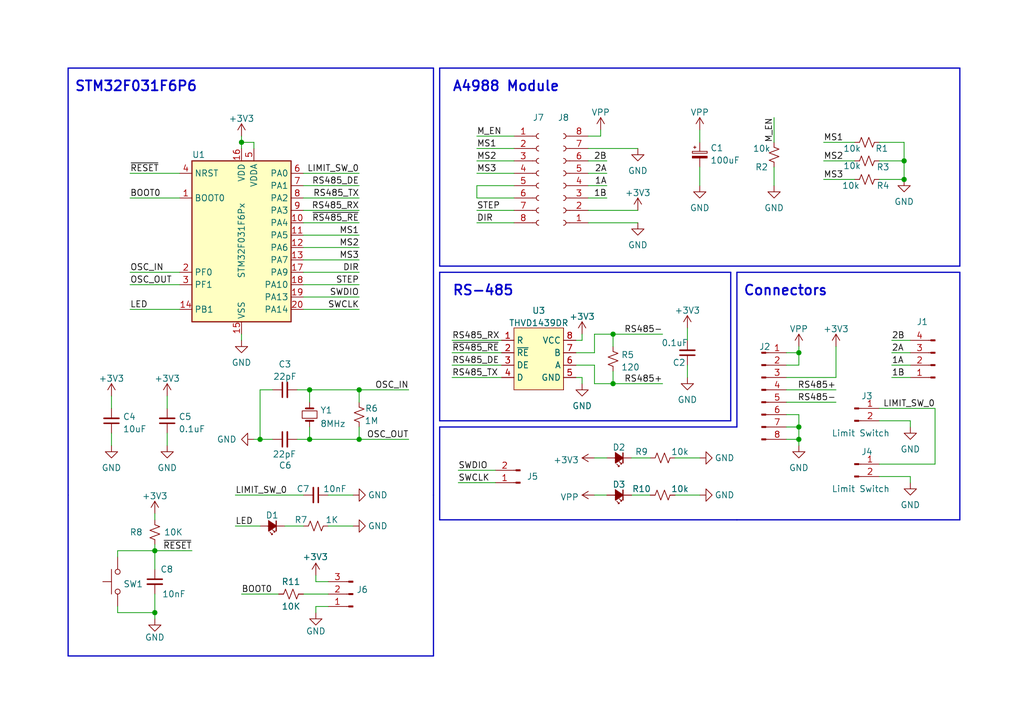
<source format=kicad_sch>
(kicad_sch (version 20230121) (generator eeschema)

  (uuid e63e39d7-6ac0-4ffd-8aa3-1841a4541b55)

  (paper "A5")

  (title_block
    (date "2023-02-04")
  )

  (lib_symbols
    (symbol "Connector:Conn_01x02_Male" (pin_names (offset 1.016) hide) (in_bom yes) (on_board yes)
      (property "Reference" "J" (at 0 2.54 0)
        (effects (font (size 1.27 1.27)))
      )
      (property "Value" "Conn_01x02_Male" (at 0 -5.08 0)
        (effects (font (size 1.27 1.27)))
      )
      (property "Footprint" "" (at 0 0 0)
        (effects (font (size 1.27 1.27)) hide)
      )
      (property "Datasheet" "~" (at 0 0 0)
        (effects (font (size 1.27 1.27)) hide)
      )
      (property "ki_keywords" "connector" (at 0 0 0)
        (effects (font (size 1.27 1.27)) hide)
      )
      (property "ki_description" "Generic connector, single row, 01x02, script generated (kicad-library-utils/schlib/autogen/connector/)" (at 0 0 0)
        (effects (font (size 1.27 1.27)) hide)
      )
      (property "ki_fp_filters" "Connector*:*_1x??_*" (at 0 0 0)
        (effects (font (size 1.27 1.27)) hide)
      )
      (symbol "Conn_01x02_Male_1_1"
        (polyline
          (pts
            (xy 1.27 -2.54)
            (xy 0.8636 -2.54)
          )
          (stroke (width 0.1524) (type default))
          (fill (type none))
        )
        (polyline
          (pts
            (xy 1.27 0)
            (xy 0.8636 0)
          )
          (stroke (width 0.1524) (type default))
          (fill (type none))
        )
        (rectangle (start 0.8636 -2.413) (end 0 -2.667)
          (stroke (width 0.1524) (type default))
          (fill (type outline))
        )
        (rectangle (start 0.8636 0.127) (end 0 -0.127)
          (stroke (width 0.1524) (type default))
          (fill (type outline))
        )
        (pin passive line (at 5.08 0 180) (length 3.81)
          (name "Pin_1" (effects (font (size 1.27 1.27))))
          (number "1" (effects (font (size 1.27 1.27))))
        )
        (pin passive line (at 5.08 -2.54 180) (length 3.81)
          (name "Pin_2" (effects (font (size 1.27 1.27))))
          (number "2" (effects (font (size 1.27 1.27))))
        )
      )
    )
    (symbol "Connector:Conn_01x03_Male" (pin_names (offset 1.016) hide) (in_bom yes) (on_board yes)
      (property "Reference" "J" (at 0 5.08 0)
        (effects (font (size 1.27 1.27)))
      )
      (property "Value" "Conn_01x03_Male" (at 0 -5.08 0)
        (effects (font (size 1.27 1.27)))
      )
      (property "Footprint" "" (at 0 0 0)
        (effects (font (size 1.27 1.27)) hide)
      )
      (property "Datasheet" "~" (at 0 0 0)
        (effects (font (size 1.27 1.27)) hide)
      )
      (property "ki_keywords" "connector" (at 0 0 0)
        (effects (font (size 1.27 1.27)) hide)
      )
      (property "ki_description" "Generic connector, single row, 01x03, script generated (kicad-library-utils/schlib/autogen/connector/)" (at 0 0 0)
        (effects (font (size 1.27 1.27)) hide)
      )
      (property "ki_fp_filters" "Connector*:*_1x??_*" (at 0 0 0)
        (effects (font (size 1.27 1.27)) hide)
      )
      (symbol "Conn_01x03_Male_1_1"
        (polyline
          (pts
            (xy 1.27 -2.54)
            (xy 0.8636 -2.54)
          )
          (stroke (width 0.1524) (type default))
          (fill (type none))
        )
        (polyline
          (pts
            (xy 1.27 0)
            (xy 0.8636 0)
          )
          (stroke (width 0.1524) (type default))
          (fill (type none))
        )
        (polyline
          (pts
            (xy 1.27 2.54)
            (xy 0.8636 2.54)
          )
          (stroke (width 0.1524) (type default))
          (fill (type none))
        )
        (rectangle (start 0.8636 -2.413) (end 0 -2.667)
          (stroke (width 0.1524) (type default))
          (fill (type outline))
        )
        (rectangle (start 0.8636 0.127) (end 0 -0.127)
          (stroke (width 0.1524) (type default))
          (fill (type outline))
        )
        (rectangle (start 0.8636 2.667) (end 0 2.413)
          (stroke (width 0.1524) (type default))
          (fill (type outline))
        )
        (pin passive line (at 5.08 2.54 180) (length 3.81)
          (name "Pin_1" (effects (font (size 1.27 1.27))))
          (number "1" (effects (font (size 1.27 1.27))))
        )
        (pin passive line (at 5.08 0 180) (length 3.81)
          (name "Pin_2" (effects (font (size 1.27 1.27))))
          (number "2" (effects (font (size 1.27 1.27))))
        )
        (pin passive line (at 5.08 -2.54 180) (length 3.81)
          (name "Pin_3" (effects (font (size 1.27 1.27))))
          (number "3" (effects (font (size 1.27 1.27))))
        )
      )
    )
    (symbol "Connector:Conn_01x04_Male" (pin_names (offset 1.016) hide) (in_bom yes) (on_board yes)
      (property "Reference" "J" (at 0 5.08 0)
        (effects (font (size 1.27 1.27)))
      )
      (property "Value" "Conn_01x04_Male" (at 0 -7.62 0)
        (effects (font (size 1.27 1.27)))
      )
      (property "Footprint" "" (at 0 0 0)
        (effects (font (size 1.27 1.27)) hide)
      )
      (property "Datasheet" "~" (at 0 0 0)
        (effects (font (size 1.27 1.27)) hide)
      )
      (property "ki_keywords" "connector" (at 0 0 0)
        (effects (font (size 1.27 1.27)) hide)
      )
      (property "ki_description" "Generic connector, single row, 01x04, script generated (kicad-library-utils/schlib/autogen/connector/)" (at 0 0 0)
        (effects (font (size 1.27 1.27)) hide)
      )
      (property "ki_fp_filters" "Connector*:*_1x??_*" (at 0 0 0)
        (effects (font (size 1.27 1.27)) hide)
      )
      (symbol "Conn_01x04_Male_1_1"
        (polyline
          (pts
            (xy 1.27 -5.08)
            (xy 0.8636 -5.08)
          )
          (stroke (width 0.1524) (type default))
          (fill (type none))
        )
        (polyline
          (pts
            (xy 1.27 -2.54)
            (xy 0.8636 -2.54)
          )
          (stroke (width 0.1524) (type default))
          (fill (type none))
        )
        (polyline
          (pts
            (xy 1.27 0)
            (xy 0.8636 0)
          )
          (stroke (width 0.1524) (type default))
          (fill (type none))
        )
        (polyline
          (pts
            (xy 1.27 2.54)
            (xy 0.8636 2.54)
          )
          (stroke (width 0.1524) (type default))
          (fill (type none))
        )
        (rectangle (start 0.8636 -4.953) (end 0 -5.207)
          (stroke (width 0.1524) (type default))
          (fill (type outline))
        )
        (rectangle (start 0.8636 -2.413) (end 0 -2.667)
          (stroke (width 0.1524) (type default))
          (fill (type outline))
        )
        (rectangle (start 0.8636 0.127) (end 0 -0.127)
          (stroke (width 0.1524) (type default))
          (fill (type outline))
        )
        (rectangle (start 0.8636 2.667) (end 0 2.413)
          (stroke (width 0.1524) (type default))
          (fill (type outline))
        )
        (pin passive line (at 5.08 2.54 180) (length 3.81)
          (name "Pin_1" (effects (font (size 1.27 1.27))))
          (number "1" (effects (font (size 1.27 1.27))))
        )
        (pin passive line (at 5.08 0 180) (length 3.81)
          (name "Pin_2" (effects (font (size 1.27 1.27))))
          (number "2" (effects (font (size 1.27 1.27))))
        )
        (pin passive line (at 5.08 -2.54 180) (length 3.81)
          (name "Pin_3" (effects (font (size 1.27 1.27))))
          (number "3" (effects (font (size 1.27 1.27))))
        )
        (pin passive line (at 5.08 -5.08 180) (length 3.81)
          (name "Pin_4" (effects (font (size 1.27 1.27))))
          (number "4" (effects (font (size 1.27 1.27))))
        )
      )
    )
    (symbol "Connector:Conn_01x08_Female" (pin_names (offset 1.016) hide) (in_bom yes) (on_board yes)
      (property "Reference" "J" (at 0 10.16 0)
        (effects (font (size 1.27 1.27)))
      )
      (property "Value" "Conn_01x08_Female" (at 0 -12.7 0)
        (effects (font (size 1.27 1.27)))
      )
      (property "Footprint" "" (at 0 0 0)
        (effects (font (size 1.27 1.27)) hide)
      )
      (property "Datasheet" "~" (at 0 0 0)
        (effects (font (size 1.27 1.27)) hide)
      )
      (property "ki_keywords" "connector" (at 0 0 0)
        (effects (font (size 1.27 1.27)) hide)
      )
      (property "ki_description" "Generic connector, single row, 01x08, script generated (kicad-library-utils/schlib/autogen/connector/)" (at 0 0 0)
        (effects (font (size 1.27 1.27)) hide)
      )
      (property "ki_fp_filters" "Connector*:*_1x??_*" (at 0 0 0)
        (effects (font (size 1.27 1.27)) hide)
      )
      (symbol "Conn_01x08_Female_1_1"
        (arc (start 0 -9.652) (mid -0.5058 -10.16) (end 0 -10.668)
          (stroke (width 0.1524) (type default))
          (fill (type none))
        )
        (arc (start 0 -7.112) (mid -0.5058 -7.62) (end 0 -8.128)
          (stroke (width 0.1524) (type default))
          (fill (type none))
        )
        (arc (start 0 -4.572) (mid -0.5058 -5.08) (end 0 -5.588)
          (stroke (width 0.1524) (type default))
          (fill (type none))
        )
        (arc (start 0 -2.032) (mid -0.5058 -2.54) (end 0 -3.048)
          (stroke (width 0.1524) (type default))
          (fill (type none))
        )
        (polyline
          (pts
            (xy -1.27 -10.16)
            (xy -0.508 -10.16)
          )
          (stroke (width 0.1524) (type default))
          (fill (type none))
        )
        (polyline
          (pts
            (xy -1.27 -7.62)
            (xy -0.508 -7.62)
          )
          (stroke (width 0.1524) (type default))
          (fill (type none))
        )
        (polyline
          (pts
            (xy -1.27 -5.08)
            (xy -0.508 -5.08)
          )
          (stroke (width 0.1524) (type default))
          (fill (type none))
        )
        (polyline
          (pts
            (xy -1.27 -2.54)
            (xy -0.508 -2.54)
          )
          (stroke (width 0.1524) (type default))
          (fill (type none))
        )
        (polyline
          (pts
            (xy -1.27 0)
            (xy -0.508 0)
          )
          (stroke (width 0.1524) (type default))
          (fill (type none))
        )
        (polyline
          (pts
            (xy -1.27 2.54)
            (xy -0.508 2.54)
          )
          (stroke (width 0.1524) (type default))
          (fill (type none))
        )
        (polyline
          (pts
            (xy -1.27 5.08)
            (xy -0.508 5.08)
          )
          (stroke (width 0.1524) (type default))
          (fill (type none))
        )
        (polyline
          (pts
            (xy -1.27 7.62)
            (xy -0.508 7.62)
          )
          (stroke (width 0.1524) (type default))
          (fill (type none))
        )
        (arc (start 0 0.508) (mid -0.5058 0) (end 0 -0.508)
          (stroke (width 0.1524) (type default))
          (fill (type none))
        )
        (arc (start 0 3.048) (mid -0.5058 2.54) (end 0 2.032)
          (stroke (width 0.1524) (type default))
          (fill (type none))
        )
        (arc (start 0 5.588) (mid -0.5058 5.08) (end 0 4.572)
          (stroke (width 0.1524) (type default))
          (fill (type none))
        )
        (arc (start 0 8.128) (mid -0.5058 7.62) (end 0 7.112)
          (stroke (width 0.1524) (type default))
          (fill (type none))
        )
        (pin passive line (at -5.08 7.62 0) (length 3.81)
          (name "Pin_1" (effects (font (size 1.27 1.27))))
          (number "1" (effects (font (size 1.27 1.27))))
        )
        (pin passive line (at -5.08 5.08 0) (length 3.81)
          (name "Pin_2" (effects (font (size 1.27 1.27))))
          (number "2" (effects (font (size 1.27 1.27))))
        )
        (pin passive line (at -5.08 2.54 0) (length 3.81)
          (name "Pin_3" (effects (font (size 1.27 1.27))))
          (number "3" (effects (font (size 1.27 1.27))))
        )
        (pin passive line (at -5.08 0 0) (length 3.81)
          (name "Pin_4" (effects (font (size 1.27 1.27))))
          (number "4" (effects (font (size 1.27 1.27))))
        )
        (pin passive line (at -5.08 -2.54 0) (length 3.81)
          (name "Pin_5" (effects (font (size 1.27 1.27))))
          (number "5" (effects (font (size 1.27 1.27))))
        )
        (pin passive line (at -5.08 -5.08 0) (length 3.81)
          (name "Pin_6" (effects (font (size 1.27 1.27))))
          (number "6" (effects (font (size 1.27 1.27))))
        )
        (pin passive line (at -5.08 -7.62 0) (length 3.81)
          (name "Pin_7" (effects (font (size 1.27 1.27))))
          (number "7" (effects (font (size 1.27 1.27))))
        )
        (pin passive line (at -5.08 -10.16 0) (length 3.81)
          (name "Pin_8" (effects (font (size 1.27 1.27))))
          (number "8" (effects (font (size 1.27 1.27))))
        )
      )
    )
    (symbol "Connector:Conn_01x08_Male" (pin_names (offset 1.016) hide) (in_bom yes) (on_board yes)
      (property "Reference" "J" (at 0 10.16 0)
        (effects (font (size 1.27 1.27)))
      )
      (property "Value" "Conn_01x08_Male" (at 0 -12.7 0)
        (effects (font (size 1.27 1.27)))
      )
      (property "Footprint" "" (at 0 0 0)
        (effects (font (size 1.27 1.27)) hide)
      )
      (property "Datasheet" "~" (at 0 0 0)
        (effects (font (size 1.27 1.27)) hide)
      )
      (property "ki_keywords" "connector" (at 0 0 0)
        (effects (font (size 1.27 1.27)) hide)
      )
      (property "ki_description" "Generic connector, single row, 01x08, script generated (kicad-library-utils/schlib/autogen/connector/)" (at 0 0 0)
        (effects (font (size 1.27 1.27)) hide)
      )
      (property "ki_fp_filters" "Connector*:*_1x??_*" (at 0 0 0)
        (effects (font (size 1.27 1.27)) hide)
      )
      (symbol "Conn_01x08_Male_1_1"
        (polyline
          (pts
            (xy 1.27 -10.16)
            (xy 0.8636 -10.16)
          )
          (stroke (width 0.1524) (type default))
          (fill (type none))
        )
        (polyline
          (pts
            (xy 1.27 -7.62)
            (xy 0.8636 -7.62)
          )
          (stroke (width 0.1524) (type default))
          (fill (type none))
        )
        (polyline
          (pts
            (xy 1.27 -5.08)
            (xy 0.8636 -5.08)
          )
          (stroke (width 0.1524) (type default))
          (fill (type none))
        )
        (polyline
          (pts
            (xy 1.27 -2.54)
            (xy 0.8636 -2.54)
          )
          (stroke (width 0.1524) (type default))
          (fill (type none))
        )
        (polyline
          (pts
            (xy 1.27 0)
            (xy 0.8636 0)
          )
          (stroke (width 0.1524) (type default))
          (fill (type none))
        )
        (polyline
          (pts
            (xy 1.27 2.54)
            (xy 0.8636 2.54)
          )
          (stroke (width 0.1524) (type default))
          (fill (type none))
        )
        (polyline
          (pts
            (xy 1.27 5.08)
            (xy 0.8636 5.08)
          )
          (stroke (width 0.1524) (type default))
          (fill (type none))
        )
        (polyline
          (pts
            (xy 1.27 7.62)
            (xy 0.8636 7.62)
          )
          (stroke (width 0.1524) (type default))
          (fill (type none))
        )
        (rectangle (start 0.8636 -10.033) (end 0 -10.287)
          (stroke (width 0.1524) (type default))
          (fill (type outline))
        )
        (rectangle (start 0.8636 -7.493) (end 0 -7.747)
          (stroke (width 0.1524) (type default))
          (fill (type outline))
        )
        (rectangle (start 0.8636 -4.953) (end 0 -5.207)
          (stroke (width 0.1524) (type default))
          (fill (type outline))
        )
        (rectangle (start 0.8636 -2.413) (end 0 -2.667)
          (stroke (width 0.1524) (type default))
          (fill (type outline))
        )
        (rectangle (start 0.8636 0.127) (end 0 -0.127)
          (stroke (width 0.1524) (type default))
          (fill (type outline))
        )
        (rectangle (start 0.8636 2.667) (end 0 2.413)
          (stroke (width 0.1524) (type default))
          (fill (type outline))
        )
        (rectangle (start 0.8636 5.207) (end 0 4.953)
          (stroke (width 0.1524) (type default))
          (fill (type outline))
        )
        (rectangle (start 0.8636 7.747) (end 0 7.493)
          (stroke (width 0.1524) (type default))
          (fill (type outline))
        )
        (pin passive line (at 5.08 7.62 180) (length 3.81)
          (name "Pin_1" (effects (font (size 1.27 1.27))))
          (number "1" (effects (font (size 1.27 1.27))))
        )
        (pin passive line (at 5.08 5.08 180) (length 3.81)
          (name "Pin_2" (effects (font (size 1.27 1.27))))
          (number "2" (effects (font (size 1.27 1.27))))
        )
        (pin passive line (at 5.08 2.54 180) (length 3.81)
          (name "Pin_3" (effects (font (size 1.27 1.27))))
          (number "3" (effects (font (size 1.27 1.27))))
        )
        (pin passive line (at 5.08 0 180) (length 3.81)
          (name "Pin_4" (effects (font (size 1.27 1.27))))
          (number "4" (effects (font (size 1.27 1.27))))
        )
        (pin passive line (at 5.08 -2.54 180) (length 3.81)
          (name "Pin_5" (effects (font (size 1.27 1.27))))
          (number "5" (effects (font (size 1.27 1.27))))
        )
        (pin passive line (at 5.08 -5.08 180) (length 3.81)
          (name "Pin_6" (effects (font (size 1.27 1.27))))
          (number "6" (effects (font (size 1.27 1.27))))
        )
        (pin passive line (at 5.08 -7.62 180) (length 3.81)
          (name "Pin_7" (effects (font (size 1.27 1.27))))
          (number "7" (effects (font (size 1.27 1.27))))
        )
        (pin passive line (at 5.08 -10.16 180) (length 3.81)
          (name "Pin_8" (effects (font (size 1.27 1.27))))
          (number "8" (effects (font (size 1.27 1.27))))
        )
      )
    )
    (symbol "Device:C_Polarized_Small" (pin_numbers hide) (pin_names (offset 0.254) hide) (in_bom yes) (on_board yes)
      (property "Reference" "C" (at 0.254 1.778 0)
        (effects (font (size 1.27 1.27)) (justify left))
      )
      (property "Value" "C_Polarized_Small" (at 0.254 -2.032 0)
        (effects (font (size 1.27 1.27)) (justify left))
      )
      (property "Footprint" "" (at 0 0 0)
        (effects (font (size 1.27 1.27)) hide)
      )
      (property "Datasheet" "~" (at 0 0 0)
        (effects (font (size 1.27 1.27)) hide)
      )
      (property "ki_keywords" "cap capacitor" (at 0 0 0)
        (effects (font (size 1.27 1.27)) hide)
      )
      (property "ki_description" "Polarized capacitor, small symbol" (at 0 0 0)
        (effects (font (size 1.27 1.27)) hide)
      )
      (property "ki_fp_filters" "CP_*" (at 0 0 0)
        (effects (font (size 1.27 1.27)) hide)
      )
      (symbol "C_Polarized_Small_0_1"
        (rectangle (start -1.524 -0.3048) (end 1.524 -0.6858)
          (stroke (width 0) (type default))
          (fill (type outline))
        )
        (rectangle (start -1.524 0.6858) (end 1.524 0.3048)
          (stroke (width 0) (type default))
          (fill (type none))
        )
        (polyline
          (pts
            (xy -1.27 1.524)
            (xy -0.762 1.524)
          )
          (stroke (width 0) (type default))
          (fill (type none))
        )
        (polyline
          (pts
            (xy -1.016 1.27)
            (xy -1.016 1.778)
          )
          (stroke (width 0) (type default))
          (fill (type none))
        )
      )
      (symbol "C_Polarized_Small_1_1"
        (pin passive line (at 0 2.54 270) (length 1.8542)
          (name "~" (effects (font (size 1.27 1.27))))
          (number "1" (effects (font (size 1.27 1.27))))
        )
        (pin passive line (at 0 -2.54 90) (length 1.8542)
          (name "~" (effects (font (size 1.27 1.27))))
          (number "2" (effects (font (size 1.27 1.27))))
        )
      )
    )
    (symbol "Device:C_Small" (pin_numbers hide) (pin_names (offset 0.254) hide) (in_bom yes) (on_board yes)
      (property "Reference" "C" (at 0.254 1.778 0)
        (effects (font (size 1.27 1.27)) (justify left))
      )
      (property "Value" "C_Small" (at 0.254 -2.032 0)
        (effects (font (size 1.27 1.27)) (justify left))
      )
      (property "Footprint" "" (at 0 0 0)
        (effects (font (size 1.27 1.27)) hide)
      )
      (property "Datasheet" "~" (at 0 0 0)
        (effects (font (size 1.27 1.27)) hide)
      )
      (property "ki_keywords" "capacitor cap" (at 0 0 0)
        (effects (font (size 1.27 1.27)) hide)
      )
      (property "ki_description" "Unpolarized capacitor, small symbol" (at 0 0 0)
        (effects (font (size 1.27 1.27)) hide)
      )
      (property "ki_fp_filters" "C_*" (at 0 0 0)
        (effects (font (size 1.27 1.27)) hide)
      )
      (symbol "C_Small_0_1"
        (polyline
          (pts
            (xy -1.524 -0.508)
            (xy 1.524 -0.508)
          )
          (stroke (width 0.3302) (type default))
          (fill (type none))
        )
        (polyline
          (pts
            (xy -1.524 0.508)
            (xy 1.524 0.508)
          )
          (stroke (width 0.3048) (type default))
          (fill (type none))
        )
      )
      (symbol "C_Small_1_1"
        (pin passive line (at 0 2.54 270) (length 2.032)
          (name "~" (effects (font (size 1.27 1.27))))
          (number "1" (effects (font (size 1.27 1.27))))
        )
        (pin passive line (at 0 -2.54 90) (length 2.032)
          (name "~" (effects (font (size 1.27 1.27))))
          (number "2" (effects (font (size 1.27 1.27))))
        )
      )
    )
    (symbol "Device:Crystal_Small" (pin_numbers hide) (pin_names (offset 1.016) hide) (in_bom yes) (on_board yes)
      (property "Reference" "Y" (at 0 2.54 0)
        (effects (font (size 1.27 1.27)))
      )
      (property "Value" "Crystal_Small" (at 0 -2.54 0)
        (effects (font (size 1.27 1.27)))
      )
      (property "Footprint" "" (at 0 0 0)
        (effects (font (size 1.27 1.27)) hide)
      )
      (property "Datasheet" "~" (at 0 0 0)
        (effects (font (size 1.27 1.27)) hide)
      )
      (property "ki_keywords" "quartz ceramic resonator oscillator" (at 0 0 0)
        (effects (font (size 1.27 1.27)) hide)
      )
      (property "ki_description" "Two pin crystal, small symbol" (at 0 0 0)
        (effects (font (size 1.27 1.27)) hide)
      )
      (property "ki_fp_filters" "Crystal*" (at 0 0 0)
        (effects (font (size 1.27 1.27)) hide)
      )
      (symbol "Crystal_Small_0_1"
        (rectangle (start -0.762 -1.524) (end 0.762 1.524)
          (stroke (width 0) (type default))
          (fill (type none))
        )
        (polyline
          (pts
            (xy -1.27 -0.762)
            (xy -1.27 0.762)
          )
          (stroke (width 0.381) (type default))
          (fill (type none))
        )
        (polyline
          (pts
            (xy 1.27 -0.762)
            (xy 1.27 0.762)
          )
          (stroke (width 0.381) (type default))
          (fill (type none))
        )
      )
      (symbol "Crystal_Small_1_1"
        (pin passive line (at -2.54 0 0) (length 1.27)
          (name "1" (effects (font (size 1.27 1.27))))
          (number "1" (effects (font (size 1.27 1.27))))
        )
        (pin passive line (at 2.54 0 180) (length 1.27)
          (name "2" (effects (font (size 1.27 1.27))))
          (number "2" (effects (font (size 1.27 1.27))))
        )
      )
    )
    (symbol "Device:LED_Small_Filled" (pin_numbers hide) (pin_names (offset 0.254) hide) (in_bom yes) (on_board yes)
      (property "Reference" "D" (at -1.27 3.175 0)
        (effects (font (size 1.27 1.27)) (justify left))
      )
      (property "Value" "LED_Small_Filled" (at -4.445 -2.54 0)
        (effects (font (size 1.27 1.27)) (justify left))
      )
      (property "Footprint" "" (at 0 0 90)
        (effects (font (size 1.27 1.27)) hide)
      )
      (property "Datasheet" "~" (at 0 0 90)
        (effects (font (size 1.27 1.27)) hide)
      )
      (property "ki_keywords" "LED diode light-emitting-diode" (at 0 0 0)
        (effects (font (size 1.27 1.27)) hide)
      )
      (property "ki_description" "Light emitting diode, small symbol, filled shape" (at 0 0 0)
        (effects (font (size 1.27 1.27)) hide)
      )
      (property "ki_fp_filters" "LED* LED_SMD:* LED_THT:*" (at 0 0 0)
        (effects (font (size 1.27 1.27)) hide)
      )
      (symbol "LED_Small_Filled_0_1"
        (polyline
          (pts
            (xy -0.762 -1.016)
            (xy -0.762 1.016)
          )
          (stroke (width 0.254) (type default))
          (fill (type none))
        )
        (polyline
          (pts
            (xy 1.016 0)
            (xy -0.762 0)
          )
          (stroke (width 0) (type default))
          (fill (type none))
        )
        (polyline
          (pts
            (xy 0.762 -1.016)
            (xy -0.762 0)
            (xy 0.762 1.016)
            (xy 0.762 -1.016)
          )
          (stroke (width 0.254) (type default))
          (fill (type outline))
        )
        (polyline
          (pts
            (xy 0 0.762)
            (xy -0.508 1.27)
            (xy -0.254 1.27)
            (xy -0.508 1.27)
            (xy -0.508 1.016)
          )
          (stroke (width 0) (type default))
          (fill (type none))
        )
        (polyline
          (pts
            (xy 0.508 1.27)
            (xy 0 1.778)
            (xy 0.254 1.778)
            (xy 0 1.778)
            (xy 0 1.524)
          )
          (stroke (width 0) (type default))
          (fill (type none))
        )
      )
      (symbol "LED_Small_Filled_1_1"
        (pin passive line (at -2.54 0 0) (length 1.778)
          (name "K" (effects (font (size 1.27 1.27))))
          (number "1" (effects (font (size 1.27 1.27))))
        )
        (pin passive line (at 2.54 0 180) (length 1.778)
          (name "A" (effects (font (size 1.27 1.27))))
          (number "2" (effects (font (size 1.27 1.27))))
        )
      )
    )
    (symbol "Device:R_Small_US" (pin_numbers hide) (pin_names (offset 0.254) hide) (in_bom yes) (on_board yes)
      (property "Reference" "R" (at 0.762 0.508 0)
        (effects (font (size 1.27 1.27)) (justify left))
      )
      (property "Value" "R_Small_US" (at 0.762 -1.016 0)
        (effects (font (size 1.27 1.27)) (justify left))
      )
      (property "Footprint" "" (at 0 0 0)
        (effects (font (size 1.27 1.27)) hide)
      )
      (property "Datasheet" "~" (at 0 0 0)
        (effects (font (size 1.27 1.27)) hide)
      )
      (property "ki_keywords" "r resistor" (at 0 0 0)
        (effects (font (size 1.27 1.27)) hide)
      )
      (property "ki_description" "Resistor, small US symbol" (at 0 0 0)
        (effects (font (size 1.27 1.27)) hide)
      )
      (property "ki_fp_filters" "R_*" (at 0 0 0)
        (effects (font (size 1.27 1.27)) hide)
      )
      (symbol "R_Small_US_1_1"
        (polyline
          (pts
            (xy 0 0)
            (xy 1.016 -0.381)
            (xy 0 -0.762)
            (xy -1.016 -1.143)
            (xy 0 -1.524)
          )
          (stroke (width 0) (type default))
          (fill (type none))
        )
        (polyline
          (pts
            (xy 0 1.524)
            (xy 1.016 1.143)
            (xy 0 0.762)
            (xy -1.016 0.381)
            (xy 0 0)
          )
          (stroke (width 0) (type default))
          (fill (type none))
        )
        (pin passive line (at 0 2.54 270) (length 1.016)
          (name "~" (effects (font (size 1.27 1.27))))
          (number "1" (effects (font (size 1.27 1.27))))
        )
        (pin passive line (at 0 -2.54 90) (length 1.016)
          (name "~" (effects (font (size 1.27 1.27))))
          (number "2" (effects (font (size 1.27 1.27))))
        )
      )
    )
    (symbol "MCU_ST_STM32F0:STM32F031F6Px" (in_bom yes) (on_board yes)
      (property "Reference" "U" (at -10.16 16.51 0)
        (effects (font (size 1.27 1.27)) (justify left))
      )
      (property "Value" "STM32F031F6Px" (at 5.08 16.51 0)
        (effects (font (size 1.27 1.27)) (justify left))
      )
      (property "Footprint" "Package_SO:TSSOP-20_4.4x6.5mm_P0.65mm" (at -10.16 -17.78 0)
        (effects (font (size 1.27 1.27)) (justify right) hide)
      )
      (property "Datasheet" "http://www.st.com/st-web-ui/static/active/en/resource/technical/document/datasheet/DM00104043.pdf" (at 0 0 0)
        (effects (font (size 1.27 1.27)) hide)
      )
      (property "ki_keywords" "ARM Cortex-M0 STM32F0 STM32F0x1" (at 0 0 0)
        (effects (font (size 1.27 1.27)) hide)
      )
      (property "ki_description" "ARM Cortex-M0 MCU, 32KB flash, 4KB RAM, 48MHz, 2-3.6V, 15 GPIO, TSSOP-20" (at 0 0 0)
        (effects (font (size 1.27 1.27)) hide)
      )
      (property "ki_fp_filters" "TSSOP*4.4x6.5mm*P0.65mm*" (at 0 0 0)
        (effects (font (size 1.27 1.27)) hide)
      )
      (symbol "STM32F031F6Px_0_1"
        (rectangle (start -10.16 -17.78) (end 10.16 15.24)
          (stroke (width 0.254) (type default))
          (fill (type background))
        )
      )
      (symbol "STM32F031F6Px_1_1"
        (pin input line (at -12.7 7.62 0) (length 2.54)
          (name "BOOT0" (effects (font (size 1.27 1.27))))
          (number "1" (effects (font (size 1.27 1.27))))
        )
        (pin bidirectional line (at 12.7 2.54 180) (length 2.54)
          (name "PA4" (effects (font (size 1.27 1.27))))
          (number "10" (effects (font (size 1.27 1.27))))
        )
        (pin bidirectional line (at 12.7 0 180) (length 2.54)
          (name "PA5" (effects (font (size 1.27 1.27))))
          (number "11" (effects (font (size 1.27 1.27))))
        )
        (pin bidirectional line (at 12.7 -2.54 180) (length 2.54)
          (name "PA6" (effects (font (size 1.27 1.27))))
          (number "12" (effects (font (size 1.27 1.27))))
        )
        (pin bidirectional line (at 12.7 -5.08 180) (length 2.54)
          (name "PA7" (effects (font (size 1.27 1.27))))
          (number "13" (effects (font (size 1.27 1.27))))
        )
        (pin bidirectional line (at -12.7 -15.24 0) (length 2.54)
          (name "PB1" (effects (font (size 1.27 1.27))))
          (number "14" (effects (font (size 1.27 1.27))))
        )
        (pin power_in line (at 0 -20.32 90) (length 2.54)
          (name "VSS" (effects (font (size 1.27 1.27))))
          (number "15" (effects (font (size 1.27 1.27))))
        )
        (pin power_in line (at 0 17.78 270) (length 2.54)
          (name "VDD" (effects (font (size 1.27 1.27))))
          (number "16" (effects (font (size 1.27 1.27))))
        )
        (pin bidirectional line (at 12.7 -7.62 180) (length 2.54)
          (name "PA9" (effects (font (size 1.27 1.27))))
          (number "17" (effects (font (size 1.27 1.27))))
        )
        (pin bidirectional line (at 12.7 -10.16 180) (length 2.54)
          (name "PA10" (effects (font (size 1.27 1.27))))
          (number "18" (effects (font (size 1.27 1.27))))
        )
        (pin bidirectional line (at 12.7 -12.7 180) (length 2.54)
          (name "PA13" (effects (font (size 1.27 1.27))))
          (number "19" (effects (font (size 1.27 1.27))))
        )
        (pin input line (at -12.7 -7.62 0) (length 2.54)
          (name "PF0" (effects (font (size 1.27 1.27))))
          (number "2" (effects (font (size 1.27 1.27))))
        )
        (pin bidirectional line (at 12.7 -15.24 180) (length 2.54)
          (name "PA14" (effects (font (size 1.27 1.27))))
          (number "20" (effects (font (size 1.27 1.27))))
        )
        (pin input line (at -12.7 -10.16 0) (length 2.54)
          (name "PF1" (effects (font (size 1.27 1.27))))
          (number "3" (effects (font (size 1.27 1.27))))
        )
        (pin input line (at -12.7 12.7 0) (length 2.54)
          (name "NRST" (effects (font (size 1.27 1.27))))
          (number "4" (effects (font (size 1.27 1.27))))
        )
        (pin power_in line (at 2.54 17.78 270) (length 2.54)
          (name "VDDA" (effects (font (size 1.27 1.27))))
          (number "5" (effects (font (size 1.27 1.27))))
        )
        (pin bidirectional line (at 12.7 12.7 180) (length 2.54)
          (name "PA0" (effects (font (size 1.27 1.27))))
          (number "6" (effects (font (size 1.27 1.27))))
        )
        (pin bidirectional line (at 12.7 10.16 180) (length 2.54)
          (name "PA1" (effects (font (size 1.27 1.27))))
          (number "7" (effects (font (size 1.27 1.27))))
        )
        (pin bidirectional line (at 12.7 7.62 180) (length 2.54)
          (name "PA2" (effects (font (size 1.27 1.27))))
          (number "8" (effects (font (size 1.27 1.27))))
        )
        (pin bidirectional line (at 12.7 5.08 180) (length 2.54)
          (name "PA3" (effects (font (size 1.27 1.27))))
          (number "9" (effects (font (size 1.27 1.27))))
        )
      )
    )
    (symbol "Mylib:THVD1439DR" (in_bom yes) (on_board yes)
      (property "Reference" "U" (at 0 0 0)
        (effects (font (size 1.27 1.27)))
      )
      (property "Value" "THVD1439DR" (at 0 -2.54 0)
        (effects (font (size 1.27 1.27)))
      )
      (property "Footprint" "" (at 0 0 0)
        (effects (font (size 1.27 1.27)) hide)
      )
      (property "Datasheet" "" (at 0 0 0)
        (effects (font (size 1.27 1.27)) hide)
      )
      (symbol "THVD1439DR_0_1"
        (rectangle (start -5.08 -3.81) (end 5.08 -16.51)
          (stroke (width 0) (type default))
          (fill (type background))
        )
      )
      (symbol "THVD1439DR_1_1"
        (pin input line (at -7.62 -6.35 0) (length 2.54)
          (name "R" (effects (font (size 1.27 1.27))))
          (number "1" (effects (font (size 1.27 1.27))))
        )
        (pin input line (at -7.62 -8.89 0) (length 2.54)
          (name "~{RE}" (effects (font (size 1.27 1.27))))
          (number "2" (effects (font (size 1.27 1.27))))
        )
        (pin input line (at -7.62 -11.43 0) (length 2.54)
          (name "DE" (effects (font (size 1.27 1.27))))
          (number "3" (effects (font (size 1.27 1.27))))
        )
        (pin input line (at -7.62 -13.97 0) (length 2.54)
          (name "D" (effects (font (size 1.27 1.27))))
          (number "4" (effects (font (size 1.27 1.27))))
        )
        (pin input line (at 7.62 -13.97 180) (length 2.54)
          (name "GND" (effects (font (size 1.27 1.27))))
          (number "5" (effects (font (size 1.27 1.27))))
        )
        (pin input line (at 7.62 -11.43 180) (length 2.54)
          (name "A" (effects (font (size 1.27 1.27))))
          (number "6" (effects (font (size 1.27 1.27))))
        )
        (pin input line (at 7.62 -8.89 180) (length 2.54)
          (name "B" (effects (font (size 1.27 1.27))))
          (number "7" (effects (font (size 1.27 1.27))))
        )
        (pin input line (at 7.62 -6.35 180) (length 2.54)
          (name "VCC" (effects (font (size 1.27 1.27))))
          (number "8" (effects (font (size 1.27 1.27))))
        )
      )
    )
    (symbol "Switch:SW_Push" (pin_numbers hide) (pin_names (offset 1.016) hide) (in_bom yes) (on_board yes)
      (property "Reference" "SW" (at 1.27 2.54 0)
        (effects (font (size 1.27 1.27)) (justify left))
      )
      (property "Value" "SW_Push" (at 0 -1.524 0)
        (effects (font (size 1.27 1.27)))
      )
      (property "Footprint" "" (at 0 5.08 0)
        (effects (font (size 1.27 1.27)) hide)
      )
      (property "Datasheet" "~" (at 0 5.08 0)
        (effects (font (size 1.27 1.27)) hide)
      )
      (property "ki_keywords" "switch normally-open pushbutton push-button" (at 0 0 0)
        (effects (font (size 1.27 1.27)) hide)
      )
      (property "ki_description" "Push button switch, generic, two pins" (at 0 0 0)
        (effects (font (size 1.27 1.27)) hide)
      )
      (symbol "SW_Push_0_1"
        (circle (center -2.032 0) (radius 0.508)
          (stroke (width 0) (type default))
          (fill (type none))
        )
        (polyline
          (pts
            (xy 0 1.27)
            (xy 0 3.048)
          )
          (stroke (width 0) (type default))
          (fill (type none))
        )
        (polyline
          (pts
            (xy 2.54 1.27)
            (xy -2.54 1.27)
          )
          (stroke (width 0) (type default))
          (fill (type none))
        )
        (circle (center 2.032 0) (radius 0.508)
          (stroke (width 0) (type default))
          (fill (type none))
        )
        (pin passive line (at -5.08 0 0) (length 2.54)
          (name "1" (effects (font (size 1.27 1.27))))
          (number "1" (effects (font (size 1.27 1.27))))
        )
        (pin passive line (at 5.08 0 180) (length 2.54)
          (name "2" (effects (font (size 1.27 1.27))))
          (number "2" (effects (font (size 1.27 1.27))))
        )
      )
    )
    (symbol "power:+3.3V" (power) (pin_names (offset 0)) (in_bom yes) (on_board yes)
      (property "Reference" "#PWR" (at 0 -3.81 0)
        (effects (font (size 1.27 1.27)) hide)
      )
      (property "Value" "+3.3V" (at 0 3.556 0)
        (effects (font (size 1.27 1.27)))
      )
      (property "Footprint" "" (at 0 0 0)
        (effects (font (size 1.27 1.27)) hide)
      )
      (property "Datasheet" "" (at 0 0 0)
        (effects (font (size 1.27 1.27)) hide)
      )
      (property "ki_keywords" "power-flag" (at 0 0 0)
        (effects (font (size 1.27 1.27)) hide)
      )
      (property "ki_description" "Power symbol creates a global label with name \"+3.3V\"" (at 0 0 0)
        (effects (font (size 1.27 1.27)) hide)
      )
      (symbol "+3.3V_0_1"
        (polyline
          (pts
            (xy -0.762 1.27)
            (xy 0 2.54)
          )
          (stroke (width 0) (type default))
          (fill (type none))
        )
        (polyline
          (pts
            (xy 0 0)
            (xy 0 2.54)
          )
          (stroke (width 0) (type default))
          (fill (type none))
        )
        (polyline
          (pts
            (xy 0 2.54)
            (xy 0.762 1.27)
          )
          (stroke (width 0) (type default))
          (fill (type none))
        )
      )
      (symbol "+3.3V_1_1"
        (pin power_in line (at 0 0 90) (length 0) hide
          (name "+3V3" (effects (font (size 1.27 1.27))))
          (number "1" (effects (font (size 1.27 1.27))))
        )
      )
    )
    (symbol "power:GND" (power) (pin_names (offset 0)) (in_bom yes) (on_board yes)
      (property "Reference" "#PWR" (at 0 -6.35 0)
        (effects (font (size 1.27 1.27)) hide)
      )
      (property "Value" "GND" (at 0 -3.81 0)
        (effects (font (size 1.27 1.27)))
      )
      (property "Footprint" "" (at 0 0 0)
        (effects (font (size 1.27 1.27)) hide)
      )
      (property "Datasheet" "" (at 0 0 0)
        (effects (font (size 1.27 1.27)) hide)
      )
      (property "ki_keywords" "power-flag" (at 0 0 0)
        (effects (font (size 1.27 1.27)) hide)
      )
      (property "ki_description" "Power symbol creates a global label with name \"GND\" , ground" (at 0 0 0)
        (effects (font (size 1.27 1.27)) hide)
      )
      (symbol "GND_0_1"
        (polyline
          (pts
            (xy 0 0)
            (xy 0 -1.27)
            (xy 1.27 -1.27)
            (xy 0 -2.54)
            (xy -1.27 -1.27)
            (xy 0 -1.27)
          )
          (stroke (width 0) (type default))
          (fill (type none))
        )
      )
      (symbol "GND_1_1"
        (pin power_in line (at 0 0 270) (length 0) hide
          (name "GND" (effects (font (size 1.27 1.27))))
          (number "1" (effects (font (size 1.27 1.27))))
        )
      )
    )
    (symbol "power:VPP" (power) (pin_names (offset 0)) (in_bom yes) (on_board yes)
      (property "Reference" "#PWR" (at 0 -3.81 0)
        (effects (font (size 1.27 1.27)) hide)
      )
      (property "Value" "VPP" (at 0 3.81 0)
        (effects (font (size 1.27 1.27)))
      )
      (property "Footprint" "" (at 0 0 0)
        (effects (font (size 1.27 1.27)) hide)
      )
      (property "Datasheet" "" (at 0 0 0)
        (effects (font (size 1.27 1.27)) hide)
      )
      (property "ki_keywords" "power-flag" (at 0 0 0)
        (effects (font (size 1.27 1.27)) hide)
      )
      (property "ki_description" "Power symbol creates a global label with name \"VPP\"" (at 0 0 0)
        (effects (font (size 1.27 1.27)) hide)
      )
      (symbol "VPP_0_1"
        (polyline
          (pts
            (xy -0.762 1.27)
            (xy 0 2.54)
          )
          (stroke (width 0) (type default))
          (fill (type none))
        )
        (polyline
          (pts
            (xy 0 0)
            (xy 0 2.54)
          )
          (stroke (width 0) (type default))
          (fill (type none))
        )
        (polyline
          (pts
            (xy 0 2.54)
            (xy 0.762 1.27)
          )
          (stroke (width 0) (type default))
          (fill (type none))
        )
      )
      (symbol "VPP_1_1"
        (pin power_in line (at 0 0 90) (length 0) hide
          (name "VPP" (effects (font (size 1.27 1.27))))
          (number "1" (effects (font (size 1.27 1.27))))
        )
      )
    )
  )

  (junction (at 125.73 68.58) (diameter 0) (color 0 0 0 0)
    (uuid 0933130a-3132-4649-9e7f-864131e84a79)
  )
  (junction (at 63.5 80.01) (diameter 0) (color 0 0 0 0)
    (uuid 11728666-baed-4724-b21d-c4b0bdf8277b)
  )
  (junction (at 49.53 29.21) (diameter 0) (color 0 0 0 0)
    (uuid 11b85eea-dc35-46a9-96f1-4b1e7636e86a)
  )
  (junction (at 31.75 125.73) (diameter 0) (color 0 0 0 0)
    (uuid 1cd8fdbb-98f9-4ca0-896a-134eb1c51cf4)
  )
  (junction (at 73.66 80.01) (diameter 0) (color 0 0 0 0)
    (uuid 4e480ee0-81b6-4d60-a4b9-d29bbaa1837e)
  )
  (junction (at 163.83 90.17) (diameter 0) (color 0 0 0 0)
    (uuid 5c2513fe-3f00-46f0-b120-53fd5b9be9eb)
  )
  (junction (at 125.73 78.74) (diameter 0) (color 0 0 0 0)
    (uuid 71111536-9f17-4250-9cba-f1848f1930e5)
  )
  (junction (at 163.83 72.39) (diameter 0) (color 0 0 0 0)
    (uuid 7a03ab44-9ebd-4f69-81bb-79a22785e5d4)
  )
  (junction (at 31.75 113.03) (diameter 0) (color 0 0 0 0)
    (uuid b6b8d8a8-ec36-45c6-bf3f-1c318e8ae469)
  )
  (junction (at 185.42 33.02) (diameter 0) (color 0 0 0 0)
    (uuid d049a7ee-33c5-4839-a1e2-8d1cf5627f91)
  )
  (junction (at 53.34 90.17) (diameter 0) (color 0 0 0 0)
    (uuid d0a64220-28a6-4d65-b2dc-7436fe60d710)
  )
  (junction (at 73.66 90.17) (diameter 0) (color 0 0 0 0)
    (uuid d0be292d-b513-4513-b87f-6e4fbcfc27e8)
  )
  (junction (at 63.5 90.17) (diameter 0) (color 0 0 0 0)
    (uuid d21aed38-f5d0-412d-a40c-f48b33076bdb)
  )
  (junction (at 163.83 87.63) (diameter 0) (color 0 0 0 0)
    (uuid d9307984-79bb-4ea8-afe6-e14ee9ae8f81)
  )
  (junction (at 185.42 36.83) (diameter 0) (color 0 0 0 0)
    (uuid f6b29d9c-3985-4c23-8ddb-edab3fa1f7e8)
  )

  (wire (pts (xy 64.77 124.46) (xy 67.31 124.46))
    (stroke (width 0) (type default))
    (uuid 052f6b79-2702-4b90-9fe0-e6f50bf461f5)
  )
  (wire (pts (xy 64.77 124.46) (xy 64.77 125.73))
    (stroke (width 0) (type default))
    (uuid 0923c793-b686-49e9-a15e-b27a44df0daf)
  )
  (wire (pts (xy 73.66 87.63) (xy 73.66 90.17))
    (stroke (width 0) (type default))
    (uuid 0b6ec9b3-c565-49b9-aa0c-d0549862c8f1)
  )
  (wire (pts (xy 31.75 105.41) (xy 31.75 106.68))
    (stroke (width 0) (type default))
    (uuid 0b8400c4-a07f-4501-9146-0b64e275faae)
  )
  (wire (pts (xy 191.77 95.25) (xy 191.77 83.82))
    (stroke (width 0) (type default))
    (uuid 0be3e274-30dd-442e-b975-b13bf4da20cd)
  )
  (wire (pts (xy 62.23 60.96) (xy 73.66 60.96))
    (stroke (width 0) (type default))
    (uuid 0e58510e-2117-4254-a5da-813e4e0208a0)
  )
  (wire (pts (xy 121.92 78.74) (xy 125.73 78.74))
    (stroke (width 0) (type default))
    (uuid 10b12364-e3f7-4715-9ac1-1e6ebbd641ae)
  )
  (wire (pts (xy 63.5 87.63) (xy 63.5 90.17))
    (stroke (width 0) (type default))
    (uuid 11fe05c6-8f4f-47f6-a0d1-86ad0c2322e3)
  )
  (wire (pts (xy 34.29 81.28) (xy 34.29 83.82))
    (stroke (width 0) (type default))
    (uuid 12485388-1a34-4fb8-8208-a1715661cd9c)
  )
  (wire (pts (xy 97.79 38.1) (xy 97.79 40.64))
    (stroke (width 0) (type default))
    (uuid 14e4822b-a4f2-4ec7-9553-7a0c0c22816e)
  )
  (wire (pts (xy 186.69 69.85) (xy 182.88 69.85))
    (stroke (width 0) (type default))
    (uuid 14ed2053-daf1-4cbc-a205-4df3e635d79c)
  )
  (wire (pts (xy 26.67 55.88) (xy 36.83 55.88))
    (stroke (width 0) (type default))
    (uuid 18ce8fc0-a979-49dd-a47a-0d1f14c45168)
  )
  (wire (pts (xy 92.71 72.39) (xy 102.87 72.39))
    (stroke (width 0) (type default))
    (uuid 1f071cbf-41af-481d-91ff-6515f55d69cc)
  )
  (polyline (pts (xy 13.97 101.6) (xy 13.97 134.62))
    (stroke (width 0.254) (type solid))
    (uuid 1fc3bdf1-bdb2-4681-a608-ddd27484a326)
  )

  (wire (pts (xy 31.75 113.03) (xy 39.37 113.03))
    (stroke (width 0) (type default))
    (uuid 2282ce26-f784-473c-a6ed-52db5baed74f)
  )
  (wire (pts (xy 185.42 33.02) (xy 185.42 36.83))
    (stroke (width 0) (type default))
    (uuid 22f8d67b-f63c-4202-8477-d4a6a7f91368)
  )
  (wire (pts (xy 186.69 74.93) (xy 182.88 74.93))
    (stroke (width 0) (type default))
    (uuid 2832d557-28d5-4a35-9e86-544196230978)
  )
  (wire (pts (xy 92.71 77.47) (xy 102.87 77.47))
    (stroke (width 0) (type default))
    (uuid 2b1355b0-6227-432a-aca5-38392561cc15)
  )
  (wire (pts (xy 121.92 93.98) (xy 124.46 93.98))
    (stroke (width 0) (type default))
    (uuid 2dcc272f-a30c-4ab7-8e6c-0eebb6f8df0e)
  )
  (wire (pts (xy 161.29 90.17) (xy 163.83 90.17))
    (stroke (width 0) (type default))
    (uuid 2f565068-4811-470f-9d7e-5c7fd65f85ac)
  )
  (polyline (pts (xy 90.17 13.97) (xy 90.17 54.61))
    (stroke (width 0.254) (type solid))
    (uuid 32a174aa-e721-4e5e-ac3a-9abc1c37d66e)
  )

  (wire (pts (xy 186.69 77.47) (xy 182.88 77.47))
    (stroke (width 0) (type default))
    (uuid 334818c7-643d-4724-9192-6fb791346c40)
  )
  (wire (pts (xy 63.5 90.17) (xy 73.66 90.17))
    (stroke (width 0) (type default))
    (uuid 3461b1f6-d6e5-4859-9328-64f04adad369)
  )
  (wire (pts (xy 121.92 68.58) (xy 125.73 68.58))
    (stroke (width 0) (type default))
    (uuid 35d75ff0-3ebe-4159-b531-71258de4c9d1)
  )
  (wire (pts (xy 121.92 72.39) (xy 121.92 68.58))
    (stroke (width 0) (type default))
    (uuid 365dc88d-8585-4e4b-ba6f-8e292eef4d20)
  )
  (wire (pts (xy 125.73 68.58) (xy 125.73 71.12))
    (stroke (width 0) (type default))
    (uuid 36d1ed08-caa3-4adc-818f-40a5b8a34014)
  )
  (wire (pts (xy 140.97 67.31) (xy 140.97 69.85))
    (stroke (width 0) (type default))
    (uuid 388afb15-fd18-4bee-a75f-3ec7d0088478)
  )
  (polyline (pts (xy 196.85 106.68) (xy 196.85 55.88))
    (stroke (width 0.254) (type solid))
    (uuid 3a6b151b-0d5d-45d6-80d4-7c67c650f7e1)
  )

  (wire (pts (xy 163.83 74.93) (xy 163.83 72.39))
    (stroke (width 0) (type default))
    (uuid 3c1593df-826f-45a7-82ea-0c7de34278d9)
  )
  (wire (pts (xy 140.97 77.47) (xy 140.97 74.93))
    (stroke (width 0) (type default))
    (uuid 3de8d285-0410-403e-bda6-792e61cab368)
  )
  (polyline (pts (xy 88.9 13.97) (xy 88.9 101.6))
    (stroke (width 0.254) (type solid))
    (uuid 3e35f0ed-b512-4345-bc95-8b7fd3046673)
  )

  (wire (pts (xy 22.86 81.28) (xy 22.86 83.82))
    (stroke (width 0) (type default))
    (uuid 3e4d5677-11b6-4ab9-9e5d-7c61663595c9)
  )
  (wire (pts (xy 31.75 111.76) (xy 31.75 113.03))
    (stroke (width 0) (type default))
    (uuid 3f95b686-f543-4bc3-83bc-cf7f3fefab33)
  )
  (wire (pts (xy 161.29 74.93) (xy 163.83 74.93))
    (stroke (width 0) (type default))
    (uuid 437e9f77-1d83-4db7-8de0-6014eed35f48)
  )
  (wire (pts (xy 64.77 119.38) (xy 67.31 119.38))
    (stroke (width 0) (type default))
    (uuid 44479a3d-ffc9-41d8-87cd-adb50977d1de)
  )
  (polyline (pts (xy 196.85 54.61) (xy 196.85 13.97))
    (stroke (width 0.254) (type solid))
    (uuid 4601644a-58d0-4211-a1af-0d9ebf849b14)
  )
  (polyline (pts (xy 149.86 86.36) (xy 149.86 55.88))
    (stroke (width 0.254) (type solid))
    (uuid 46a3ba92-9215-427d-a7c6-7b86cadb400e)
  )

  (wire (pts (xy 180.34 36.83) (xy 185.42 36.83))
    (stroke (width 0) (type default))
    (uuid 48036926-0dc1-410e-ae5f-d0d6b16f9443)
  )
  (wire (pts (xy 52.07 29.21) (xy 49.53 29.21))
    (stroke (width 0) (type default))
    (uuid 48288f23-4476-40c2-8ea5-1ea89be24dc4)
  )
  (wire (pts (xy 123.19 26.67) (xy 123.19 27.94))
    (stroke (width 0) (type default))
    (uuid 4887b041-b9e9-4002-ba58-5e4cbb3f3134)
  )
  (wire (pts (xy 125.73 76.2) (xy 125.73 78.74))
    (stroke (width 0) (type default))
    (uuid 4abc676b-7160-495e-b436-8ed8a235aefc)
  )
  (wire (pts (xy 185.42 29.21) (xy 185.42 33.02))
    (stroke (width 0) (type default))
    (uuid 4b033753-7a11-415d-b33b-ed8203945926)
  )
  (wire (pts (xy 161.29 82.55) (xy 171.45 82.55))
    (stroke (width 0) (type default))
    (uuid 4d56ea7f-1eba-4d20-977f-811ace534e27)
  )
  (wire (pts (xy 62.23 35.56) (xy 73.66 35.56))
    (stroke (width 0) (type default))
    (uuid 506ae81d-dd5e-487e-b665-fe43bbf09470)
  )
  (polyline (pts (xy 90.17 86.36) (xy 149.86 86.36))
    (stroke (width 0.254) (type solid))
    (uuid 51400d0f-7b92-4211-9b01-5f2197f0b328)
  )

  (wire (pts (xy 180.34 86.36) (xy 186.69 86.36))
    (stroke (width 0) (type default))
    (uuid 52d38d87-8378-46d8-ad5e-eebadf89ae67)
  )
  (wire (pts (xy 186.69 72.39) (xy 182.88 72.39))
    (stroke (width 0) (type default))
    (uuid 53dd4304-03d3-4df2-a862-dcb57d08495a)
  )
  (wire (pts (xy 143.51 34.29) (xy 143.51 38.1))
    (stroke (width 0) (type default))
    (uuid 54c27061-0469-4ab6-bb4c-048a1ba1c9c9)
  )
  (wire (pts (xy 67.31 101.6) (xy 72.39 101.6))
    (stroke (width 0) (type default))
    (uuid 57cf80fb-6055-4934-ad76-6752c703786a)
  )
  (polyline (pts (xy 90.17 55.88) (xy 149.86 55.88))
    (stroke (width 0.254) (type solid))
    (uuid 59bb0585-6049-41b0-ab54-85c419fa702e)
  )
  (polyline (pts (xy 13.97 134.62) (xy 88.9 134.62))
    (stroke (width 0.254) (type solid))
    (uuid 5a20b90d-b2e1-4ad6-b281-245b1d01138f)
  )

  (wire (pts (xy 118.11 77.47) (xy 119.38 77.47))
    (stroke (width 0) (type default))
    (uuid 5ddb5d87-3445-4504-9fcd-c204f3cb2805)
  )
  (wire (pts (xy 120.65 38.1) (xy 124.46 38.1))
    (stroke (width 0) (type default))
    (uuid 5e2fe5ce-307d-4f6d-9dbf-0910cefff1a1)
  )
  (wire (pts (xy 62.23 50.8) (xy 73.66 50.8))
    (stroke (width 0) (type default))
    (uuid 5fca9f75-8ca3-41e1-95c0-dca9aae7a2aa)
  )
  (wire (pts (xy 73.66 90.17) (xy 83.82 90.17))
    (stroke (width 0) (type default))
    (uuid 613edf69-b454-4cf1-924f-2fad9228099d)
  )
  (wire (pts (xy 161.29 72.39) (xy 163.83 72.39))
    (stroke (width 0) (type default))
    (uuid 62141918-fbcd-4581-9577-f741cb1b54a8)
  )
  (wire (pts (xy 161.29 77.47) (xy 171.45 77.47))
    (stroke (width 0) (type default))
    (uuid 6222e3e2-62a9-438f-b3b5-e019ddaf2cf1)
  )
  (wire (pts (xy 120.65 45.72) (xy 130.81 45.72))
    (stroke (width 0) (type default))
    (uuid 6326e869-6b68-42ea-9a74-e65cb9ccdc9d)
  )
  (wire (pts (xy 26.67 58.42) (xy 36.83 58.42))
    (stroke (width 0) (type default))
    (uuid 64a4b2ff-f9a6-495b-b1bb-b26a73781c9b)
  )
  (wire (pts (xy 119.38 69.85) (xy 119.38 68.58))
    (stroke (width 0) (type default))
    (uuid 64fb4b58-6684-4939-92e1-b15821721ce5)
  )
  (wire (pts (xy 120.65 33.02) (xy 124.46 33.02))
    (stroke (width 0) (type default))
    (uuid 653870a8-a39a-4aa4-b2ad-34757fe4540e)
  )
  (wire (pts (xy 62.23 63.5) (xy 73.66 63.5))
    (stroke (width 0) (type default))
    (uuid 66ce7d49-ec41-4a22-ad06-6daa78e74f63)
  )
  (wire (pts (xy 31.75 113.03) (xy 31.75 116.84))
    (stroke (width 0) (type default))
    (uuid 68c3e0f5-0d34-4dd1-925a-899a82b5892a)
  )
  (wire (pts (xy 118.11 74.93) (xy 121.92 74.93))
    (stroke (width 0) (type default))
    (uuid 6a6b290a-72f3-4b5d-b673-1dce1cb4dddc)
  )
  (wire (pts (xy 97.79 43.18) (xy 105.41 43.18))
    (stroke (width 0) (type default))
    (uuid 6bce7000-89cc-4c93-af10-a710413cfc83)
  )
  (polyline (pts (xy 13.97 13.97) (xy 88.9 13.97))
    (stroke (width 0.254) (type solid))
    (uuid 6de6b391-0876-421b-9c5e-473da3e9560a)
  )

  (wire (pts (xy 121.92 74.93) (xy 121.92 78.74))
    (stroke (width 0) (type default))
    (uuid 6ef4cf81-281b-4b14-a928-888201aef1ee)
  )
  (wire (pts (xy 62.23 53.34) (xy 73.66 53.34))
    (stroke (width 0) (type default))
    (uuid 6f7485fa-3a45-4b65-b722-cd354ea0e900)
  )
  (wire (pts (xy 120.65 27.94) (xy 123.19 27.94))
    (stroke (width 0) (type default))
    (uuid 6f98a97c-ad8a-4939-b479-decc50cd75fe)
  )
  (polyline (pts (xy 90.17 87.63) (xy 90.17 106.68))
    (stroke (width 0.254) (type solid))
    (uuid 742d2a31-f8b8-4c4b-a765-d115f125e760)
  )

  (wire (pts (xy 64.77 118.11) (xy 64.77 119.38))
    (stroke (width 0) (type default))
    (uuid 758b49d0-bac7-4e4d-9369-e7f292cfe48a)
  )
  (wire (pts (xy 52.07 90.17) (xy 53.34 90.17))
    (stroke (width 0) (type default))
    (uuid 773362fa-3f2a-49a6-840a-86c655e82c8c)
  )
  (wire (pts (xy 118.11 72.39) (xy 121.92 72.39))
    (stroke (width 0) (type default))
    (uuid 77f3a1f5-c238-464f-9250-ac077a4de913)
  )
  (wire (pts (xy 52.07 30.48) (xy 52.07 29.21))
    (stroke (width 0) (type default))
    (uuid 79447722-ea81-4479-a127-242aecf55b85)
  )
  (wire (pts (xy 168.91 33.02) (xy 175.26 33.02))
    (stroke (width 0) (type default))
    (uuid 79e221a4-652c-483f-a521-005d6f8ba254)
  )
  (wire (pts (xy 31.75 125.73) (xy 31.75 127))
    (stroke (width 0) (type default))
    (uuid 7a3c473a-1a0e-4180-93f5-1a31f171ba1e)
  )
  (wire (pts (xy 62.23 40.64) (xy 73.66 40.64))
    (stroke (width 0) (type default))
    (uuid 7a9f9247-6e54-4b50-8857-53a767213d89)
  )
  (wire (pts (xy 105.41 38.1) (xy 97.79 38.1))
    (stroke (width 0) (type default))
    (uuid 7c64b408-07f1-467b-8c79-ec26a5b47d01)
  )
  (wire (pts (xy 55.88 80.01) (xy 53.34 80.01))
    (stroke (width 0) (type default))
    (uuid 7c7a7922-51a3-45b3-bcc4-81a39fd62ae1)
  )
  (wire (pts (xy 24.13 114.3) (xy 24.13 113.03))
    (stroke (width 0) (type default))
    (uuid 7ce8c837-ba9a-4df4-8238-deda17db5fe0)
  )
  (wire (pts (xy 161.29 80.01) (xy 171.45 80.01))
    (stroke (width 0) (type default))
    (uuid 80091b8f-a3cb-4b4f-8b77-9870a33f6ed4)
  )
  (wire (pts (xy 97.79 30.48) (xy 105.41 30.48))
    (stroke (width 0) (type default))
    (uuid 838b29d9-760c-4d01-98f2-a051bd98b0ff)
  )
  (wire (pts (xy 62.23 45.72) (xy 73.66 45.72))
    (stroke (width 0) (type default))
    (uuid 8552171d-66db-4f56-ac44-aeb970111507)
  )
  (wire (pts (xy 31.75 121.92) (xy 31.75 125.73))
    (stroke (width 0) (type default))
    (uuid 85ad116c-1650-4a6f-b14e-6a1c73d2183f)
  )
  (wire (pts (xy 24.13 125.73) (xy 31.75 125.73))
    (stroke (width 0) (type default))
    (uuid 868c9915-63a5-42d4-8a3e-5787998e6d1d)
  )
  (wire (pts (xy 186.69 97.79) (xy 186.69 99.06))
    (stroke (width 0) (type default))
    (uuid 87f7a60a-30fa-4fa6-ad43-c48eba796ff0)
  )
  (wire (pts (xy 120.65 35.56) (xy 124.46 35.56))
    (stroke (width 0) (type default))
    (uuid 8be0b4d4-4c4d-4940-a9f4-2ff79c0f7beb)
  )
  (wire (pts (xy 22.86 91.44) (xy 22.86 88.9))
    (stroke (width 0) (type default))
    (uuid 8c4ac0d6-84da-4f12-8b75-fe159b5e2b12)
  )
  (wire (pts (xy 63.5 80.01) (xy 73.66 80.01))
    (stroke (width 0) (type default))
    (uuid 8c7d9181-210b-481b-af53-3b54a1b056dc)
  )
  (wire (pts (xy 62.23 55.88) (xy 73.66 55.88))
    (stroke (width 0) (type default))
    (uuid 8e94736b-0b63-4f25-8a01-dc51909b7b8b)
  )
  (wire (pts (xy 62.23 43.18) (xy 73.66 43.18))
    (stroke (width 0) (type default))
    (uuid 8f09f6f6-ae9f-48a8-a016-487ae587cd06)
  )
  (wire (pts (xy 92.71 74.93) (xy 102.87 74.93))
    (stroke (width 0) (type default))
    (uuid 90584ebf-6747-4db9-a3da-a927248da13f)
  )
  (polyline (pts (xy 90.17 54.61) (xy 196.85 54.61))
    (stroke (width 0.254) (type solid))
    (uuid 9065a22d-02ed-4d01-a170-ed6e3d2ff1d0)
  )

  (wire (pts (xy 62.23 48.26) (xy 73.66 48.26))
    (stroke (width 0) (type default))
    (uuid 916d1853-66a7-4080-85c8-18de46549d62)
  )
  (polyline (pts (xy 90.17 87.63) (xy 151.13 87.63))
    (stroke (width 0.254) (type solid))
    (uuid 94503725-2657-4dc8-8de2-99c863dd4285)
  )

  (wire (pts (xy 49.53 27.94) (xy 49.53 29.21))
    (stroke (width 0) (type default))
    (uuid 962fb721-6e88-4032-ad8b-ed2db92d9d59)
  )
  (wire (pts (xy 49.53 29.21) (xy 49.53 30.48))
    (stroke (width 0) (type default))
    (uuid 96c3abe5-57f0-4f48-84a3-5ca5dfa125dc)
  )
  (wire (pts (xy 67.31 107.95) (xy 72.39 107.95))
    (stroke (width 0) (type default))
    (uuid 98569888-0da5-4c7a-9be0-d5b1764c975a)
  )
  (wire (pts (xy 129.54 93.98) (xy 133.35 93.98))
    (stroke (width 0) (type default))
    (uuid 98f4d16a-c61a-46e4-b6a6-5ee2c0801d22)
  )
  (wire (pts (xy 129.54 101.6) (xy 133.35 101.6))
    (stroke (width 0) (type default))
    (uuid 99b4276f-e440-4772-a506-362f2169c927)
  )
  (wire (pts (xy 53.34 90.17) (xy 55.88 90.17))
    (stroke (width 0) (type default))
    (uuid 99bda18a-ca66-46ab-b954-4d6ad7212196)
  )
  (wire (pts (xy 161.29 87.63) (xy 163.83 87.63))
    (stroke (width 0) (type default))
    (uuid 9a168b7a-4ef4-4af6-886c-e0655d432121)
  )
  (wire (pts (xy 49.53 121.92) (xy 57.15 121.92))
    (stroke (width 0) (type default))
    (uuid 9a89a687-7f1e-48a2-a036-af1b7d525831)
  )
  (wire (pts (xy 143.51 26.67) (xy 143.51 29.21))
    (stroke (width 0) (type default))
    (uuid 9dff36fe-3145-475e-97c2-82084d0a2591)
  )
  (wire (pts (xy 180.34 33.02) (xy 185.42 33.02))
    (stroke (width 0) (type default))
    (uuid 9f24a6a1-7896-43fc-b5f0-67d88a52a39b)
  )
  (wire (pts (xy 34.29 91.44) (xy 34.29 88.9))
    (stroke (width 0) (type default))
    (uuid 9fddc9f4-c02a-497d-a964-38e216e146a6)
  )
  (wire (pts (xy 120.65 30.48) (xy 130.81 30.48))
    (stroke (width 0) (type default))
    (uuid a587ff40-aaba-476b-bc54-13a3b38d598a)
  )
  (wire (pts (xy 97.79 27.94) (xy 105.41 27.94))
    (stroke (width 0) (type default))
    (uuid a72af85a-0732-4c58-8381-39ef52e7eae9)
  )
  (wire (pts (xy 53.34 80.01) (xy 53.34 90.17))
    (stroke (width 0) (type default))
    (uuid a858f438-2835-4c8f-8f9f-d091eac5a697)
  )
  (wire (pts (xy 48.26 101.6) (xy 62.23 101.6))
    (stroke (width 0) (type default))
    (uuid a8dcbba3-5d51-4b54-9a42-afd7ff545733)
  )
  (wire (pts (xy 180.34 29.21) (xy 185.42 29.21))
    (stroke (width 0) (type default))
    (uuid a9ab70d2-cf77-4b13-97c6-152323f419ba)
  )
  (wire (pts (xy 120.65 43.18) (xy 130.81 43.18))
    (stroke (width 0) (type default))
    (uuid aaf16a58-0949-440b-b48a-4cd61df0d343)
  )
  (wire (pts (xy 26.67 63.5) (xy 36.83 63.5))
    (stroke (width 0) (type default))
    (uuid ad4340a3-faf8-4497-b74f-f0ae074620a3)
  )
  (wire (pts (xy 58.42 107.95) (xy 62.23 107.95))
    (stroke (width 0) (type default))
    (uuid ad7dd2f9-6679-4b5b-b37e-a5a3027389fe)
  )
  (wire (pts (xy 97.79 40.64) (xy 105.41 40.64))
    (stroke (width 0) (type default))
    (uuid ae81938c-ce1c-47dd-8771-e2c637303008)
  )
  (wire (pts (xy 60.96 80.01) (xy 63.5 80.01))
    (stroke (width 0) (type default))
    (uuid aeaa725c-ae91-490d-b861-f13398929231)
  )
  (wire (pts (xy 49.53 68.58) (xy 49.53 69.85))
    (stroke (width 0) (type default))
    (uuid b1d71171-4ac7-4c68-908c-1cb682266a3d)
  )
  (wire (pts (xy 48.26 107.95) (xy 53.34 107.95))
    (stroke (width 0) (type default))
    (uuid b4db31b8-a575-4cff-ab9c-10af9cae1097)
  )
  (wire (pts (xy 63.5 80.01) (xy 63.5 82.55))
    (stroke (width 0) (type default))
    (uuid b71279e1-da3b-4d65-aae1-2a358961fb99)
  )
  (wire (pts (xy 26.67 40.64) (xy 36.83 40.64))
    (stroke (width 0) (type default))
    (uuid b979d639-028d-472b-ab8b-03fa0375e277)
  )
  (wire (pts (xy 62.23 58.42) (xy 73.66 58.42))
    (stroke (width 0) (type default))
    (uuid b97d6691-ef1f-4021-9a45-b6350942842f)
  )
  (wire (pts (xy 158.75 24.13) (xy 158.75 29.21))
    (stroke (width 0) (type default))
    (uuid baace242-32ac-4223-80fd-225b5a72c0b0)
  )
  (wire (pts (xy 119.38 77.47) (xy 119.38 78.74))
    (stroke (width 0) (type default))
    (uuid baf6832e-6686-4b85-970c-0dbc16550a02)
  )
  (wire (pts (xy 168.91 36.83) (xy 175.26 36.83))
    (stroke (width 0) (type default))
    (uuid bbadfd5f-5b7b-4e64-a4f1-6594541c8652)
  )
  (polyline (pts (xy 151.13 55.88) (xy 196.85 55.88))
    (stroke (width 0.254) (type solid))
    (uuid bf77262c-159a-4620-b840-4566e7e64773)
  )

  (wire (pts (xy 163.83 85.09) (xy 163.83 87.63))
    (stroke (width 0) (type default))
    (uuid c3af06e5-2f00-4c44-85a9-cafee6e8999f)
  )
  (wire (pts (xy 171.45 71.12) (xy 171.45 77.47))
    (stroke (width 0) (type default))
    (uuid c5dd2e93-5cd7-4ea8-ae7d-9f179d96298b)
  )
  (wire (pts (xy 161.29 85.09) (xy 163.83 85.09))
    (stroke (width 0) (type default))
    (uuid c60da217-3a20-4beb-937a-addc14ad8078)
  )
  (wire (pts (xy 180.34 95.25) (xy 191.77 95.25))
    (stroke (width 0) (type default))
    (uuid ca389f47-4d54-46bb-b654-71b912514dae)
  )
  (wire (pts (xy 121.92 101.6) (xy 124.46 101.6))
    (stroke (width 0) (type default))
    (uuid ca7e9c7a-bd0d-47bc-9d72-89eecaf36a8f)
  )
  (wire (pts (xy 92.71 69.85) (xy 102.87 69.85))
    (stroke (width 0) (type default))
    (uuid cdef7eea-7960-4a7e-93a5-ab340545af61)
  )
  (wire (pts (xy 73.66 80.01) (xy 83.82 80.01))
    (stroke (width 0) (type default))
    (uuid ce2e8a04-b06a-43b0-ae89-7f051598f38f)
  )
  (wire (pts (xy 60.96 90.17) (xy 63.5 90.17))
    (stroke (width 0) (type default))
    (uuid cfae6c5e-ec4e-4108-9479-953c0a040a66)
  )
  (wire (pts (xy 163.83 87.63) (xy 163.83 90.17))
    (stroke (width 0) (type default))
    (uuid d2f240c6-6f11-494a-a9e1-32e5baac3196)
  )
  (polyline (pts (xy 90.17 55.88) (xy 90.17 86.36))
    (stroke (width 0.254) (type solid))
    (uuid d4990092-d236-4755-a30b-b1cea7b1125d)
  )

  (wire (pts (xy 186.69 86.36) (xy 186.69 87.63))
    (stroke (width 0) (type default))
    (uuid d5a9a977-e378-4a60-8ad4-425a665d9230)
  )
  (wire (pts (xy 24.13 124.46) (xy 24.13 125.73))
    (stroke (width 0) (type default))
    (uuid d6aac778-a04a-44a6-afc5-4030258e2cc6)
  )
  (wire (pts (xy 180.34 97.79) (xy 186.69 97.79))
    (stroke (width 0) (type default))
    (uuid d6bbac05-4160-414b-af36-a3f5d52a790b)
  )
  (wire (pts (xy 125.73 68.58) (xy 135.89 68.58))
    (stroke (width 0) (type default))
    (uuid d7025d22-dcb7-4f6f-8b09-bc487b4fc594)
  )
  (polyline (pts (xy 151.13 55.88) (xy 151.13 87.63))
    (stroke (width 0.254) (type solid))
    (uuid da255f51-d263-40cd-8834-1a3dab5b8877)
  )

  (wire (pts (xy 125.73 78.74) (xy 135.89 78.74))
    (stroke (width 0) (type default))
    (uuid dac9818a-af83-4f60-9260-fae8fcb5f5c6)
  )
  (wire (pts (xy 97.79 35.56) (xy 105.41 35.56))
    (stroke (width 0) (type default))
    (uuid dae0f593-2e94-4893-b54c-5c4c594dec31)
  )
  (polyline (pts (xy 90.17 106.68) (xy 151.13 106.68))
    (stroke (width 0.254) (type solid))
    (uuid dbd529ad-aecb-47cf-bed8-78e08af95c1d)
  )

  (wire (pts (xy 62.23 38.1) (xy 73.66 38.1))
    (stroke (width 0) (type default))
    (uuid dc5fb103-a7f0-4dfc-9e65-dcc495115c1b)
  )
  (wire (pts (xy 138.43 101.6) (xy 143.51 101.6))
    (stroke (width 0) (type default))
    (uuid dc80b553-2a30-479f-b0a6-8a0cd1b97728)
  )
  (wire (pts (xy 180.34 83.82) (xy 191.77 83.82))
    (stroke (width 0) (type default))
    (uuid dddf6a82-1cdf-4c4b-9445-4d38f1fd12b1)
  )
  (polyline (pts (xy 13.97 101.6) (xy 13.97 13.97))
    (stroke (width 0.254) (type solid))
    (uuid dea0e926-87ac-470d-983d-91cdaff0be20)
  )

  (wire (pts (xy 168.91 29.21) (xy 175.26 29.21))
    (stroke (width 0) (type default))
    (uuid dea59575-3fdd-44e8-947e-f289fe3e4909)
  )
  (polyline (pts (xy 90.17 13.97) (xy 196.85 13.97))
    (stroke (width 0.254) (type solid))
    (uuid e2734c25-5fea-4a7b-9835-9af55d34d0f7)
  )

  (wire (pts (xy 73.66 80.01) (xy 73.66 82.55))
    (stroke (width 0) (type default))
    (uuid e2e39113-3cd3-4d27-9005-6d50e98c5228)
  )
  (wire (pts (xy 62.23 121.92) (xy 67.31 121.92))
    (stroke (width 0) (type default))
    (uuid e3e9926a-f719-4c7d-87d5-22eb407ad561)
  )
  (wire (pts (xy 26.67 35.56) (xy 36.83 35.56))
    (stroke (width 0) (type default))
    (uuid e5a837b5-132c-4613-a340-a2044777a4a1)
  )
  (wire (pts (xy 163.83 72.39) (xy 163.83 71.12))
    (stroke (width 0) (type default))
    (uuid e76fa709-a5e7-4620-9208-782c69af5bb4)
  )
  (wire (pts (xy 93.98 96.52) (xy 101.6 96.52))
    (stroke (width 0) (type default))
    (uuid e85990ea-ff69-4f0e-91b2-9eccb642fb4c)
  )
  (polyline (pts (xy 151.13 106.68) (xy 196.85 106.68))
    (stroke (width 0.254) (type solid))
    (uuid e9fad005-4180-4655-bb2e-651e78e3f4ee)
  )

  (wire (pts (xy 118.11 69.85) (xy 119.38 69.85))
    (stroke (width 0) (type default))
    (uuid ea774e34-9c3d-4240-8f73-a184e3ca91cf)
  )
  (wire (pts (xy 163.83 90.17) (xy 163.83 91.44))
    (stroke (width 0) (type default))
    (uuid ebb00164-8267-44de-86a9-a0369a6fef7c)
  )
  (polyline (pts (xy 88.9 134.62) (xy 88.9 101.6))
    (stroke (width 0.254) (type solid))
    (uuid ebd3f79b-4b69-4b2c-8c57-b6f5cf59fa6e)
  )

  (wire (pts (xy 97.79 45.72) (xy 105.41 45.72))
    (stroke (width 0) (type default))
    (uuid ee3579eb-4d35-4aab-aa04-853fc564cc92)
  )
  (wire (pts (xy 120.65 40.64) (xy 124.46 40.64))
    (stroke (width 0) (type default))
    (uuid ee83d05d-dea0-400a-9437-7a4576fabe4f)
  )
  (wire (pts (xy 97.79 33.02) (xy 105.41 33.02))
    (stroke (width 0) (type default))
    (uuid eff13fcb-3a57-4b71-b605-2f910068e9b7)
  )
  (wire (pts (xy 93.98 99.06) (xy 101.6 99.06))
    (stroke (width 0) (type default))
    (uuid f674ed03-01b0-4c63-a6f3-e039a146d17e)
  )
  (wire (pts (xy 24.13 113.03) (xy 31.75 113.03))
    (stroke (width 0) (type default))
    (uuid f7c9ae85-ad0f-43af-94bc-0b315d938692)
  )
  (wire (pts (xy 138.43 93.98) (xy 143.51 93.98))
    (stroke (width 0) (type default))
    (uuid fb8960dc-1541-4b0a-9dd1-662408799de7)
  )
  (wire (pts (xy 158.75 34.29) (xy 158.75 38.1))
    (stroke (width 0) (type default))
    (uuid ffce6c2d-6ff0-4386-ad68-422627fd2432)
  )

  (text "STM32F031F6P6" (at 15.24 19.05 0)
    (effects (font (size 2.032 2.032) (thickness 0.3556) bold) (justify left bottom))
    (uuid 34a42290-f535-4225-9542-7e9301bb886f)
  )
  (text "RS-485" (at 92.71 60.96 0)
    (effects (font (size 2.032 2.032) (thickness 0.3556) bold) (justify left bottom))
    (uuid 59fe2816-e981-4bf4-9bb8-e8afac26654a)
  )
  (text "A4988 Module" (at 92.71 19.05 0)
    (effects (font (size 2.032 2.032) (thickness 0.3556) bold) (justify left bottom))
    (uuid 79eb3d79-1b2d-4e32-a3ca-49e661b3bbd3)
  )
  (text "Connectors" (at 152.4 60.96 0)
    (effects (font (size 2.032 2.032) (thickness 0.3556) bold) (justify left bottom))
    (uuid 81753e40-d144-45c4-bfe2-4d8f282b7ce2)
  )

  (label "~{RS485_RE}" (at 73.66 45.72 180) (fields_autoplaced)
    (effects (font (size 1.27 1.27)) (justify right bottom))
    (uuid 0795da02-2950-4320-9114-c299b2902050)
  )
  (label "LED" (at 48.26 107.95 0) (fields_autoplaced)
    (effects (font (size 1.27 1.27)) (justify left bottom))
    (uuid 09dd0d2e-fb34-476e-ba0b-548a2b6dd89b)
  )
  (label "OSC_OUT" (at 83.82 90.17 180) (fields_autoplaced)
    (effects (font (size 1.27 1.27)) (justify right bottom))
    (uuid 0b4a4fc1-6df3-4ee6-99cf-555fb248f528)
  )
  (label "MS1" (at 73.66 48.26 180) (fields_autoplaced)
    (effects (font (size 1.27 1.27)) (justify right bottom))
    (uuid 168d6ae7-3292-4d61-a0b5-83465c735ac4)
  )
  (label "RS485-" (at 171.45 82.55 180) (fields_autoplaced)
    (effects (font (size 1.27 1.27)) (justify right bottom))
    (uuid 1b25ee53-4418-4e9f-be76-db107163386b)
  )
  (label "LIMIT_SW_0" (at 73.66 35.56 180) (fields_autoplaced)
    (effects (font (size 1.27 1.27)) (justify right bottom))
    (uuid 1e2c2b17-cc65-4e67-9a9f-03c17777bb45)
  )
  (label "MS2" (at 73.66 50.8 180) (fields_autoplaced)
    (effects (font (size 1.27 1.27)) (justify right bottom))
    (uuid 20593c9c-32c5-40b8-9280-a8a237d2d860)
  )
  (label "RS485-" (at 135.89 68.58 180) (fields_autoplaced)
    (effects (font (size 1.27 1.27)) (justify right bottom))
    (uuid 210d6dea-aa59-42f0-a266-c45360f86819)
  )
  (label "~{RESET}" (at 26.67 35.56 0) (fields_autoplaced)
    (effects (font (size 1.27 1.27)) (justify left bottom))
    (uuid 22880670-dfb2-4bba-bfe3-91aaa6b146a2)
  )
  (label "SWDIO" (at 73.66 60.96 180) (fields_autoplaced)
    (effects (font (size 1.27 1.27)) (justify right bottom))
    (uuid 2aed9adf-d684-432f-ab50-653a65a2225a)
  )
  (label "DIR" (at 73.66 55.88 180) (fields_autoplaced)
    (effects (font (size 1.27 1.27)) (justify right bottom))
    (uuid 2e56e63e-c38e-4b25-bafb-7f30770f0c1b)
  )
  (label "DIR" (at 97.79 45.72 0) (fields_autoplaced)
    (effects (font (size 1.27 1.27)) (justify left bottom))
    (uuid 2f1f2f42-d977-4526-8bd0-63813a169bd9)
  )
  (label "SWCLK" (at 93.98 99.06 0) (fields_autoplaced)
    (effects (font (size 1.27 1.27)) (justify left bottom))
    (uuid 376ec4a0-ec23-4da7-8a11-8604195fb000)
  )
  (label "MS1" (at 97.79 30.48 0) (fields_autoplaced)
    (effects (font (size 1.27 1.27)) (justify left bottom))
    (uuid 37a7c397-6db7-43b6-b96e-c2c2f499eb7d)
  )
  (label "SWDIO" (at 93.98 96.52 0) (fields_autoplaced)
    (effects (font (size 1.27 1.27)) (justify left bottom))
    (uuid 388c09d2-bfe1-41c5-94c9-18b9afa46196)
  )
  (label "RS485_DE" (at 92.71 74.93 0) (fields_autoplaced)
    (effects (font (size 1.27 1.27)) (justify left bottom))
    (uuid 4760fbc4-8c15-421d-8fe4-5148bf89b725)
  )
  (label "MS2" (at 97.79 33.02 0) (fields_autoplaced)
    (effects (font (size 1.27 1.27)) (justify left bottom))
    (uuid 4e1cd5c7-3097-4f1d-885f-29652ca7eea1)
  )
  (label "RS485_DE" (at 73.66 38.1 180) (fields_autoplaced)
    (effects (font (size 1.27 1.27)) (justify right bottom))
    (uuid 50711eb9-7973-4682-9577-f8c98f6be1fc)
  )
  (label "2B" (at 182.88 69.85 0) (fields_autoplaced)
    (effects (font (size 1.27 1.27)) (justify left bottom))
    (uuid 50d4c706-7920-4406-986b-1862890d1e9c)
  )
  (label "~{RESET}" (at 39.37 113.03 180) (fields_autoplaced)
    (effects (font (size 1.27 1.27)) (justify right bottom))
    (uuid 58c05caa-900d-4e45-8df2-ec36d16743a4)
  )
  (label "2B" (at 124.46 33.02 180) (fields_autoplaced)
    (effects (font (size 1.27 1.27)) (justify right bottom))
    (uuid 5d3ab164-64f1-4c62-9eca-9049888bc2a1)
  )
  (label "LED" (at 26.67 63.5 0) (fields_autoplaced)
    (effects (font (size 1.27 1.27)) (justify left bottom))
    (uuid 627c2938-cc57-450c-8dc8-c3ad61cf8066)
  )
  (label "2A" (at 124.46 35.56 180) (fields_autoplaced)
    (effects (font (size 1.27 1.27)) (justify right bottom))
    (uuid 67559099-c050-4e6e-bf00-8c225ce77f59)
  )
  (label "MS1" (at 168.91 29.21 0) (fields_autoplaced)
    (effects (font (size 1.27 1.27)) (justify left bottom))
    (uuid 6aec423b-ea34-4a5f-b9fc-c81b9153623a)
  )
  (label "OSC_OUT" (at 26.67 58.42 0) (fields_autoplaced)
    (effects (font (size 1.27 1.27)) (justify left bottom))
    (uuid 6b34c62d-e8b5-477e-add7-fab7b9561d73)
  )
  (label "OSC_IN" (at 83.82 80.01 180) (fields_autoplaced)
    (effects (font (size 1.27 1.27)) (justify right bottom))
    (uuid 6f72eb00-9b98-4c89-a2c0-bde5dc5e574c)
  )
  (label "1A" (at 182.88 74.93 0) (fields_autoplaced)
    (effects (font (size 1.27 1.27)) (justify left bottom))
    (uuid 75f3773e-bf82-4995-83f4-125003dca058)
  )
  (label "STEP" (at 97.79 43.18 0) (fields_autoplaced)
    (effects (font (size 1.27 1.27)) (justify left bottom))
    (uuid 8ef03e3e-0c77-4c0d-97eb-e1b19a73adce)
  )
  (label "LIMIT_SW_0" (at 191.77 83.82 180) (fields_autoplaced)
    (effects (font (size 1.27 1.27)) (justify right bottom))
    (uuid 8fada313-5f14-4b76-986f-4acc9d26ebdf)
  )
  (label "BOOT0" (at 26.67 40.64 0) (fields_autoplaced)
    (effects (font (size 1.27 1.27)) (justify left bottom))
    (uuid 91d6f14b-d186-41e6-ae95-3f7930be6939)
  )
  (label "STEP" (at 73.66 58.42 180) (fields_autoplaced)
    (effects (font (size 1.27 1.27)) (justify right bottom))
    (uuid a2886cfd-cb72-4cc4-a760-a43f4d348c93)
  )
  (label "RS485_RX" (at 73.66 43.18 180) (fields_autoplaced)
    (effects (font (size 1.27 1.27)) (justify right bottom))
    (uuid a4772cd4-83a8-4fbc-9f68-0468483c1eff)
  )
  (label "MS3" (at 97.79 35.56 0) (fields_autoplaced)
    (effects (font (size 1.27 1.27)) (justify left bottom))
    (uuid a90fc2d2-2776-47bc-9a62-505996600cb6)
  )
  (label "RS485_TX" (at 73.66 40.64 180) (fields_autoplaced)
    (effects (font (size 1.27 1.27)) (justify right bottom))
    (uuid a9c0306e-4540-44d7-8645-64cd3b826f70)
  )
  (label "RS485_TX" (at 92.71 77.47 0) (fields_autoplaced)
    (effects (font (size 1.27 1.27)) (justify left bottom))
    (uuid ad8aac3a-28f4-4ffd-8bfc-6ccc61bf1190)
  )
  (label "LIMIT_SW_0" (at 48.26 101.6 0) (fields_autoplaced)
    (effects (font (size 1.27 1.27)) (justify left bottom))
    (uuid b89f7084-48e9-4d60-affd-ce07b0fc945b)
  )
  (label "RS485_RX" (at 92.71 69.85 0) (fields_autoplaced)
    (effects (font (size 1.27 1.27)) (justify left bottom))
    (uuid c063621f-2bcf-4155-9b03-a7e1be223a45)
  )
  (label "1B" (at 124.46 40.64 180) (fields_autoplaced)
    (effects (font (size 1.27 1.27)) (justify right bottom))
    (uuid c11d2ef3-5f5e-4b08-be11-765c8b041a82)
  )
  (label "MS3" (at 168.91 36.83 0) (fields_autoplaced)
    (effects (font (size 1.27 1.27)) (justify left bottom))
    (uuid c2c2fb2f-5eed-4443-a166-3d5f3f059a18)
  )
  (label "MS2" (at 168.91 33.02 0) (fields_autoplaced)
    (effects (font (size 1.27 1.27)) (justify left bottom))
    (uuid c8d2a452-eb85-45fd-8de5-bd7ced0e183d)
  )
  (label "M_EN" (at 158.75 24.13 270) (fields_autoplaced)
    (effects (font (size 1.27 1.27)) (justify right bottom))
    (uuid d7859dd8-1aa6-45c9-bf1d-384c7732b735)
  )
  (label "M_EN" (at 97.79 27.94 0) (fields_autoplaced)
    (effects (font (size 1.27 1.27)) (justify left bottom))
    (uuid d8e8f54f-36ab-4ebb-997e-d706f8b0233d)
  )
  (label "MS3" (at 73.66 53.34 180) (fields_autoplaced)
    (effects (font (size 1.27 1.27)) (justify right bottom))
    (uuid dc79bf56-744f-4a8b-b4f9-b70f436ccc80)
  )
  (label "~{RS485_RE}" (at 92.71 72.39 0) (fields_autoplaced)
    (effects (font (size 1.27 1.27)) (justify left bottom))
    (uuid df04cbd5-86d0-46c5-aeba-b7e29f083071)
  )
  (label "SWCLK" (at 73.66 63.5 180) (fields_autoplaced)
    (effects (font (size 1.27 1.27)) (justify right bottom))
    (uuid e3f19234-54c9-40c5-94c5-c78169ecee52)
  )
  (label "OSC_IN" (at 26.67 55.88 0) (fields_autoplaced)
    (effects (font (size 1.27 1.27)) (justify left bottom))
    (uuid efa6f5cf-ce99-4c1a-8e77-2b2cecbdc4d3)
  )
  (label "RS485+" (at 171.45 80.01 180) (fields_autoplaced)
    (effects (font (size 1.27 1.27)) (justify right bottom))
    (uuid f12a9d63-204a-4c72-9dc7-1ce578345063)
  )
  (label "BOOT0" (at 49.53 121.92 0) (fields_autoplaced)
    (effects (font (size 1.27 1.27)) (justify left bottom))
    (uuid f7ab61c4-35a9-4e34-ace0-2f1d05b2c58f)
  )
  (label "1A" (at 124.46 38.1 180) (fields_autoplaced)
    (effects (font (size 1.27 1.27)) (justify right bottom))
    (uuid f8e18592-33fb-4122-afc3-f07a7dc40db6)
  )
  (label "RS485+" (at 135.89 78.74 180) (fields_autoplaced)
    (effects (font (size 1.27 1.27)) (justify right bottom))
    (uuid fcb976ad-4091-469b-9a8a-6897d8db3006)
  )
  (label "2A" (at 182.88 72.39 0) (fields_autoplaced)
    (effects (font (size 1.27 1.27)) (justify left bottom))
    (uuid fd0295ee-2b3f-408d-9089-398032e1aad3)
  )
  (label "1B" (at 182.88 77.47 0) (fields_autoplaced)
    (effects (font (size 1.27 1.27)) (justify left bottom))
    (uuid fe18806b-f224-4581-a9bf-a307177d39ce)
  )

  (symbol (lib_id "power:+3.3V") (at 171.45 71.12 0) (unit 1)
    (in_bom yes) (on_board yes) (dnp no) (fields_autoplaced)
    (uuid 0727d419-b899-43ff-b9ea-ae0f7cc52912)
    (property "Reference" "#PWR0103" (at 171.45 74.93 0)
      (effects (font (size 1.27 1.27)) hide)
    )
    (property "Value" "+3.3V" (at 171.45 67.5155 0)
      (effects (font (size 1.27 1.27)))
    )
    (property "Footprint" "" (at 171.45 71.12 0)
      (effects (font (size 1.27 1.27)) hide)
    )
    (property "Datasheet" "" (at 171.45 71.12 0)
      (effects (font (size 1.27 1.27)) hide)
    )
    (pin "1" (uuid 0ba39e87-5457-4868-a50e-64b241f5c773))
    (instances
      (project "Motor_module"
        (path "/e63e39d7-6ac0-4ffd-8aa3-1841a4541b55"
          (reference "#PWR0103") (unit 1)
        )
      )
    )
  )

  (symbol (lib_id "power:VPP") (at 123.19 26.67 0) (unit 1)
    (in_bom yes) (on_board yes) (dnp no) (fields_autoplaced)
    (uuid 09835072-825f-41c1-87a3-b1c5ef052b52)
    (property "Reference" "#PWR0116" (at 123.19 30.48 0)
      (effects (font (size 1.27 1.27)) hide)
    )
    (property "Value" "VPP" (at 123.19 23.0655 0)
      (effects (font (size 1.27 1.27)))
    )
    (property "Footprint" "" (at 123.19 26.67 0)
      (effects (font (size 1.27 1.27)) hide)
    )
    (property "Datasheet" "" (at 123.19 26.67 0)
      (effects (font (size 1.27 1.27)) hide)
    )
    (pin "1" (uuid c65f024e-ce3e-4d8c-a279-66117c8c2c0a))
    (instances
      (project "Motor_module"
        (path "/e63e39d7-6ac0-4ffd-8aa3-1841a4541b55"
          (reference "#PWR0116") (unit 1)
        )
      )
    )
  )

  (symbol (lib_id "power:GND") (at 140.97 77.47 0) (unit 1)
    (in_bom yes) (on_board yes) (dnp no) (fields_autoplaced)
    (uuid 09c8ef74-25de-4251-a7ea-f504f0e479eb)
    (property "Reference" "#PWR0108" (at 140.97 83.82 0)
      (effects (font (size 1.27 1.27)) hide)
    )
    (property "Value" "GND" (at 140.97 82.0325 0)
      (effects (font (size 1.27 1.27)))
    )
    (property "Footprint" "" (at 140.97 77.47 0)
      (effects (font (size 1.27 1.27)) hide)
    )
    (property "Datasheet" "" (at 140.97 77.47 0)
      (effects (font (size 1.27 1.27)) hide)
    )
    (pin "1" (uuid a856f504-2ff3-4c28-a0a8-17398b041abf))
    (instances
      (project "Motor_module"
        (path "/e63e39d7-6ac0-4ffd-8aa3-1841a4541b55"
          (reference "#PWR0108") (unit 1)
        )
      )
    )
  )

  (symbol (lib_id "Device:R_Small_US") (at 73.66 85.09 180) (unit 1)
    (in_bom yes) (on_board yes) (dnp no)
    (uuid 0da44734-dd9d-4a6a-82b3-140401750298)
    (property "Reference" "R6" (at 76.2 83.82 0)
      (effects (font (size 1.27 1.27)))
    )
    (property "Value" "1M" (at 76.2 86.36 0)
      (effects (font (size 1.27 1.27)))
    )
    (property "Footprint" "Resistor_SMD:R_0603_1608Metric" (at 73.66 85.09 0)
      (effects (font (size 1.27 1.27)) hide)
    )
    (property "Datasheet" "~" (at 73.66 85.09 0)
      (effects (font (size 1.27 1.27)) hide)
    )
    (pin "1" (uuid 72dc3022-f2a3-445b-8d9c-34ffd3af4eff))
    (pin "2" (uuid 3b767292-98ad-474c-a855-81bf97e3547f))
    (instances
      (project "Motor_module"
        (path "/e63e39d7-6ac0-4ffd-8aa3-1841a4541b55"
          (reference "R6") (unit 1)
        )
      )
    )
  )

  (symbol (lib_id "Switch:SW_Push") (at 24.13 119.38 90) (unit 1)
    (in_bom yes) (on_board yes) (dnp no) (fields_autoplaced)
    (uuid 104c5ecd-8011-4128-874e-2f678f16d30a)
    (property "Reference" "SW1" (at 25.273 119.859 90)
      (effects (font (size 1.27 1.27)) (justify right))
    )
    (property "Value" "SW_Push" (at 25.273 121.2466 90)
      (effects (font (size 1.27 1.27)) (justify right) hide)
    )
    (property "Footprint" "Button_Switch_SMD:SW_Push_1P1T_NO_CK_KMR2" (at 19.05 119.38 0)
      (effects (font (size 1.27 1.27)) hide)
    )
    (property "Datasheet" "~" (at 19.05 119.38 0)
      (effects (font (size 1.27 1.27)) hide)
    )
    (pin "1" (uuid d7fb7f67-9dc1-4f0a-b6ff-c044dc538d61))
    (pin "2" (uuid 37fd7a27-dac8-4544-9951-a80654875ca9))
    (instances
      (project "Motor_module"
        (path "/e63e39d7-6ac0-4ffd-8aa3-1841a4541b55"
          (reference "SW1") (unit 1)
        )
      )
    )
  )

  (symbol (lib_id "power:+3.3V") (at 31.75 105.41 0) (unit 1)
    (in_bom yes) (on_board yes) (dnp no) (fields_autoplaced)
    (uuid 1523e1ec-e888-4bf8-8990-b863ef45b541)
    (property "Reference" "#PWR0129" (at 31.75 109.22 0)
      (effects (font (size 1.27 1.27)) hide)
    )
    (property "Value" "+3.3V" (at 31.75 101.8055 0)
      (effects (font (size 1.27 1.27)))
    )
    (property "Footprint" "" (at 31.75 105.41 0)
      (effects (font (size 1.27 1.27)) hide)
    )
    (property "Datasheet" "" (at 31.75 105.41 0)
      (effects (font (size 1.27 1.27)) hide)
    )
    (pin "1" (uuid 7dbe6ada-5bf8-4ce8-b559-e797cc9ae6f4))
    (instances
      (project "Motor_module"
        (path "/e63e39d7-6ac0-4ffd-8aa3-1841a4541b55"
          (reference "#PWR0129") (unit 1)
        )
      )
    )
  )

  (symbol (lib_id "power:GND") (at 143.51 101.6 90) (unit 1)
    (in_bom yes) (on_board yes) (dnp no)
    (uuid 197c5f4c-4ad1-4bf5-89a8-552dbc36ce6f)
    (property "Reference" "#PWR0131" (at 149.86 101.6 0)
      (effects (font (size 1.27 1.27)) hide)
    )
    (property "Value" "GND" (at 148.59 101.6 90)
      (effects (font (size 1.27 1.27)))
    )
    (property "Footprint" "" (at 143.51 101.6 0)
      (effects (font (size 1.27 1.27)) hide)
    )
    (property "Datasheet" "" (at 143.51 101.6 0)
      (effects (font (size 1.27 1.27)) hide)
    )
    (pin "1" (uuid fc0d2a05-f333-4494-b248-7139b74439da))
    (instances
      (project "Motor_module"
        (path "/e63e39d7-6ac0-4ffd-8aa3-1841a4541b55"
          (reference "#PWR0131") (unit 1)
        )
      )
    )
  )

  (symbol (lib_id "Connector:Conn_01x02_Male") (at 106.68 99.06 180) (unit 1)
    (in_bom yes) (on_board yes) (dnp no)
    (uuid 1a18d155-9809-4bd5-9ab3-c6361c92c137)
    (property "Reference" "J5" (at 109.22 97.79 0)
      (effects (font (size 1.27 1.27)))
    )
    (property "Value" "Conn_01x08_Male" (at 105.41 93.98 0)
      (effects (font (size 1.27 1.27)) hide)
    )
    (property "Footprint" "Connector_PinHeader_2.54mm:PinHeader_1x02_P2.54mm_Vertical" (at 106.68 99.06 0)
      (effects (font (size 1.27 1.27)) hide)
    )
    (property "Datasheet" "~" (at 106.68 99.06 0)
      (effects (font (size 1.27 1.27)) hide)
    )
    (pin "1" (uuid 7281f697-0d1c-4e15-926a-d9e5ad6ded83))
    (pin "2" (uuid 23e6185a-1016-4dac-8d21-7acd6775dcbf))
    (instances
      (project "Motor_module"
        (path "/e63e39d7-6ac0-4ffd-8aa3-1841a4541b55"
          (reference "J5") (unit 1)
        )
      )
    )
  )

  (symbol (lib_id "power:GND") (at 49.53 69.85 0) (unit 1)
    (in_bom yes) (on_board yes) (dnp no) (fields_autoplaced)
    (uuid 1e180adf-4881-4425-b278-2fa8fe8225b7)
    (property "Reference" "#PWR0122" (at 49.53 76.2 0)
      (effects (font (size 1.27 1.27)) hide)
    )
    (property "Value" "GND" (at 49.53 74.4125 0)
      (effects (font (size 1.27 1.27)))
    )
    (property "Footprint" "" (at 49.53 69.85 0)
      (effects (font (size 1.27 1.27)) hide)
    )
    (property "Datasheet" "" (at 49.53 69.85 0)
      (effects (font (size 1.27 1.27)) hide)
    )
    (pin "1" (uuid 82717b36-877a-48bc-87c3-fda64ed72a24))
    (instances
      (project "Motor_module"
        (path "/e63e39d7-6ac0-4ffd-8aa3-1841a4541b55"
          (reference "#PWR0122") (unit 1)
        )
      )
    )
  )

  (symbol (lib_id "Device:C_Small") (at 140.97 72.39 180) (unit 1)
    (in_bom yes) (on_board yes) (dnp no)
    (uuid 22ad7bdc-7d4c-4a1d-bd63-42007fdfb0ab)
    (property "Reference" "C2" (at 137.922 74.422 0)
      (effects (font (size 1.27 1.27)) (justify right))
    )
    (property "Value" "0.1uF" (at 135.636 70.358 0)
      (effects (font (size 1.27 1.27)) (justify right))
    )
    (property "Footprint" "Capacitor_SMD:C_0603_1608Metric" (at 140.97 72.39 0)
      (effects (font (size 1.27 1.27)) hide)
    )
    (property "Datasheet" "~" (at 140.97 72.39 0)
      (effects (font (size 1.27 1.27)) hide)
    )
    (pin "1" (uuid cf25a747-162a-463c-aac3-75cbbab422a6))
    (pin "2" (uuid 5623d93a-f7b6-440d-b6d7-9121ab141d58))
    (instances
      (project "Motor_module"
        (path "/e63e39d7-6ac0-4ffd-8aa3-1841a4541b55"
          (reference "C2") (unit 1)
        )
      )
    )
  )

  (symbol (lib_id "power:GND") (at 31.75 127 0) (unit 1)
    (in_bom yes) (on_board yes) (dnp no)
    (uuid 22d18d66-87ac-4e14-a302-38c7a3825977)
    (property "Reference" "#PWR0128" (at 31.75 133.35 0)
      (effects (font (size 1.27 1.27)) hide)
    )
    (property "Value" "GND" (at 31.75 130.81 0)
      (effects (font (size 1.27 1.27)))
    )
    (property "Footprint" "" (at 31.75 127 0)
      (effects (font (size 1.27 1.27)) hide)
    )
    (property "Datasheet" "" (at 31.75 127 0)
      (effects (font (size 1.27 1.27)) hide)
    )
    (pin "1" (uuid 3737b2e3-a4eb-4dd8-9a6a-8749f64fb75a))
    (instances
      (project "Motor_module"
        (path "/e63e39d7-6ac0-4ffd-8aa3-1841a4541b55"
          (reference "#PWR0128") (unit 1)
        )
      )
    )
  )

  (symbol (lib_id "Device:R_Small_US") (at 31.75 109.22 180) (unit 1)
    (in_bom yes) (on_board yes) (dnp no)
    (uuid 272bf23c-8fc7-4d82-aff4-67f4d54e4575)
    (property "Reference" "R8" (at 27.94 109.22 0)
      (effects (font (size 1.27 1.27)))
    )
    (property "Value" "10K" (at 35.56 109.22 0)
      (effects (font (size 1.27 1.27)))
    )
    (property "Footprint" "Resistor_SMD:R_0603_1608Metric" (at 31.75 109.22 0)
      (effects (font (size 1.27 1.27)) hide)
    )
    (property "Datasheet" "~" (at 31.75 109.22 0)
      (effects (font (size 1.27 1.27)) hide)
    )
    (pin "1" (uuid 2123271d-e35e-40a4-8dc2-ca891eb8f84a))
    (pin "2" (uuid f02cb7b7-8d16-477a-a961-1ce846dc1d2c))
    (instances
      (project "Motor_module"
        (path "/e63e39d7-6ac0-4ffd-8aa3-1841a4541b55"
          (reference "R8") (unit 1)
        )
      )
    )
  )

  (symbol (lib_id "power:+3.3V") (at 121.92 93.98 90) (unit 1)
    (in_bom yes) (on_board yes) (dnp no) (fields_autoplaced)
    (uuid 293acaad-b7a3-4f53-9424-7642ccb26fe6)
    (property "Reference" "#PWR0133" (at 125.73 93.98 0)
      (effects (font (size 1.27 1.27)) hide)
    )
    (property "Value" "+3.3V" (at 118.745 94.4138 90)
      (effects (font (size 1.27 1.27)) (justify left))
    )
    (property "Footprint" "" (at 121.92 93.98 0)
      (effects (font (size 1.27 1.27)) hide)
    )
    (property "Datasheet" "" (at 121.92 93.98 0)
      (effects (font (size 1.27 1.27)) hide)
    )
    (pin "1" (uuid a49f19c5-00ae-407d-b995-e7e697f7b3c8))
    (instances
      (project "Motor_module"
        (path "/e63e39d7-6ac0-4ffd-8aa3-1841a4541b55"
          (reference "#PWR0133") (unit 1)
        )
      )
    )
  )

  (symbol (lib_id "Device:R_Small_US") (at 135.89 93.98 90) (unit 1)
    (in_bom yes) (on_board yes) (dnp no)
    (uuid 296fc97c-417b-4622-b9d2-a45a225aa0bc)
    (property "Reference" "R9" (at 131.572 92.71 90)
      (effects (font (size 1.27 1.27)))
    )
    (property "Value" "10k" (at 139.446 92.71 90)
      (effects (font (size 1.27 1.27)))
    )
    (property "Footprint" "Resistor_SMD:R_0603_1608Metric" (at 135.89 93.98 0)
      (effects (font (size 1.27 1.27)) hide)
    )
    (property "Datasheet" "~" (at 135.89 93.98 0)
      (effects (font (size 1.27 1.27)) hide)
    )
    (pin "1" (uuid 5d05e31e-f3b7-4939-adac-fad4195c8366))
    (pin "2" (uuid b22542f6-357a-40f0-a12d-a43f5dcc1020))
    (instances
      (project "Motor_module"
        (path "/e63e39d7-6ac0-4ffd-8aa3-1841a4541b55"
          (reference "R9") (unit 1)
        )
      )
    )
  )

  (symbol (lib_id "Device:C_Small") (at 22.86 86.36 180) (unit 1)
    (in_bom yes) (on_board yes) (dnp no) (fields_autoplaced)
    (uuid 2b4dd492-0172-48ad-8038-8e937f668c06)
    (property "Reference" "C4" (at 25.1841 85.5189 0)
      (effects (font (size 1.27 1.27)) (justify right))
    )
    (property "Value" "10uF" (at 25.1841 88.0558 0)
      (effects (font (size 1.27 1.27)) (justify right))
    )
    (property "Footprint" "Capacitor_SMD:C_0603_1608Metric" (at 22.86 86.36 0)
      (effects (font (size 1.27 1.27)) hide)
    )
    (property "Datasheet" "~" (at 22.86 86.36 0)
      (effects (font (size 1.27 1.27)) hide)
    )
    (pin "1" (uuid 1c487dda-dbff-4efa-9850-9ba60825aa54))
    (pin "2" (uuid b033bc80-8262-4f1a-b969-3fcb98e23389))
    (instances
      (project "Motor_module"
        (path "/e63e39d7-6ac0-4ffd-8aa3-1841a4541b55"
          (reference "C4") (unit 1)
        )
      )
    )
  )

  (symbol (lib_id "Connector:Conn_01x02_Male") (at 175.26 95.25 0) (unit 1)
    (in_bom yes) (on_board yes) (dnp no)
    (uuid 2c0cc004-a1cb-41c5-a376-2c52efd39fad)
    (property "Reference" "J4" (at 177.8 92.71 0)
      (effects (font (size 1.27 1.27)))
    )
    (property "Value" "Limit Switch" (at 176.53 100.33 0)
      (effects (font (size 1.27 1.27)))
    )
    (property "Footprint" "Connector_JST:JST_EH_B2B-EH-A_1x02_P2.50mm_Vertical" (at 175.26 95.25 0)
      (effects (font (size 1.27 1.27)) hide)
    )
    (property "Datasheet" "~" (at 175.26 95.25 0)
      (effects (font (size 1.27 1.27)) hide)
    )
    (pin "1" (uuid dc9ef9cc-9a96-4758-b6bc-3945441cb4d9))
    (pin "2" (uuid a4d4a641-4df4-4de6-b0b5-ce8980da5c2c))
    (instances
      (project "Motor_module"
        (path "/e63e39d7-6ac0-4ffd-8aa3-1841a4541b55"
          (reference "J4") (unit 1)
        )
      )
    )
  )

  (symbol (lib_id "power:GND") (at 143.51 93.98 90) (unit 1)
    (in_bom yes) (on_board yes) (dnp no)
    (uuid 2edd5b4c-5a51-47c8-a233-68397ac878d4)
    (property "Reference" "#PWR0132" (at 149.86 93.98 0)
      (effects (font (size 1.27 1.27)) hide)
    )
    (property "Value" "GND" (at 148.59 93.98 90)
      (effects (font (size 1.27 1.27)))
    )
    (property "Footprint" "" (at 143.51 93.98 0)
      (effects (font (size 1.27 1.27)) hide)
    )
    (property "Datasheet" "" (at 143.51 93.98 0)
      (effects (font (size 1.27 1.27)) hide)
    )
    (pin "1" (uuid 608cb033-0aea-4606-bbae-c253b1217d97))
    (instances
      (project "Motor_module"
        (path "/e63e39d7-6ac0-4ffd-8aa3-1841a4541b55"
          (reference "#PWR0132") (unit 1)
        )
      )
    )
  )

  (symbol (lib_id "Mylib:THVD1439DR") (at 110.49 63.5 0) (unit 1)
    (in_bom yes) (on_board yes) (dnp no) (fields_autoplaced)
    (uuid 30bc4401-b4b1-4eb8-a246-5023f76549ec)
    (property "Reference" "U3" (at 110.49 63.7372 0)
      (effects (font (size 1.27 1.27)))
    )
    (property "Value" "THVD1439DR" (at 110.49 66.2741 0)
      (effects (font (size 1.27 1.27)))
    )
    (property "Footprint" "Package_SO:PowerIntegrations_SO-8" (at 110.49 63.5 0)
      (effects (font (size 1.27 1.27)) hide)
    )
    (property "Datasheet" "" (at 110.49 63.5 0)
      (effects (font (size 1.27 1.27)) hide)
    )
    (pin "1" (uuid 1aabe88a-4640-4c56-a5a0-71a969ff85b0))
    (pin "2" (uuid a9db831e-9a1f-400e-aae1-d2b01e80f481))
    (pin "3" (uuid 93b935a8-8b37-4ca8-ba1e-392cce194026))
    (pin "4" (uuid a304e747-44a8-4670-aba2-77372687e78f))
    (pin "5" (uuid 02361982-4cbe-4c9b-804d-187496c4de00))
    (pin "6" (uuid e97e7406-a3aa-4e19-80ef-07851e5c0000))
    (pin "7" (uuid 41a6f8b6-b208-4aac-93a9-559b8d13d8eb))
    (pin "8" (uuid 32155c53-21ed-4669-b7a0-7dc86bc2075f))
    (instances
      (project "Motor_module"
        (path "/e63e39d7-6ac0-4ffd-8aa3-1841a4541b55"
          (reference "U3") (unit 1)
        )
      )
    )
  )

  (symbol (lib_id "power:GND") (at 72.39 101.6 90) (unit 1)
    (in_bom yes) (on_board yes) (dnp no)
    (uuid 384d95c0-e3ce-4b64-b4c1-052cc8c8fe8c)
    (property "Reference" "#PWR0118" (at 78.74 101.6 0)
      (effects (font (size 1.27 1.27)) hide)
    )
    (property "Value" "GND" (at 77.47 101.6 90)
      (effects (font (size 1.27 1.27)))
    )
    (property "Footprint" "" (at 72.39 101.6 0)
      (effects (font (size 1.27 1.27)) hide)
    )
    (property "Datasheet" "" (at 72.39 101.6 0)
      (effects (font (size 1.27 1.27)) hide)
    )
    (pin "1" (uuid 94651dfc-b20c-4306-ab14-31e21acdbc73))
    (instances
      (project "Motor_module"
        (path "/e63e39d7-6ac0-4ffd-8aa3-1841a4541b55"
          (reference "#PWR0118") (unit 1)
        )
      )
    )
  )

  (symbol (lib_id "power:VPP") (at 143.51 26.67 0) (unit 1)
    (in_bom yes) (on_board yes) (dnp no) (fields_autoplaced)
    (uuid 38c59681-851e-42f6-b1ef-260adae68772)
    (property "Reference" "#PWR0113" (at 143.51 30.48 0)
      (effects (font (size 1.27 1.27)) hide)
    )
    (property "Value" "VPP" (at 143.51 23.0655 0)
      (effects (font (size 1.27 1.27)))
    )
    (property "Footprint" "" (at 143.51 26.67 0)
      (effects (font (size 1.27 1.27)) hide)
    )
    (property "Datasheet" "" (at 143.51 26.67 0)
      (effects (font (size 1.27 1.27)) hide)
    )
    (pin "1" (uuid 94cf1120-1292-4bef-839c-7849ef5f342c))
    (instances
      (project "Motor_module"
        (path "/e63e39d7-6ac0-4ffd-8aa3-1841a4541b55"
          (reference "#PWR0113") (unit 1)
        )
      )
    )
  )

  (symbol (lib_id "power:GND") (at 143.51 38.1 0) (unit 1)
    (in_bom yes) (on_board yes) (dnp no) (fields_autoplaced)
    (uuid 38f01da8-5e4c-44bc-b78c-8cc65fad588b)
    (property "Reference" "#PWR0112" (at 143.51 44.45 0)
      (effects (font (size 1.27 1.27)) hide)
    )
    (property "Value" "GND" (at 143.51 42.6625 0)
      (effects (font (size 1.27 1.27)))
    )
    (property "Footprint" "" (at 143.51 38.1 0)
      (effects (font (size 1.27 1.27)) hide)
    )
    (property "Datasheet" "" (at 143.51 38.1 0)
      (effects (font (size 1.27 1.27)) hide)
    )
    (pin "1" (uuid f2a36ea9-9f8b-404a-8142-ed8eb0f15c27))
    (instances
      (project "Motor_module"
        (path "/e63e39d7-6ac0-4ffd-8aa3-1841a4541b55"
          (reference "#PWR0112") (unit 1)
        )
      )
    )
  )

  (symbol (lib_id "Device:C_Polarized_Small") (at 143.51 31.75 0) (unit 1)
    (in_bom yes) (on_board yes) (dnp no) (fields_autoplaced)
    (uuid 39dfcc95-5a6d-4987-a05e-ce056d625d10)
    (property "Reference" "C1" (at 145.669 30.3692 0)
      (effects (font (size 1.27 1.27)) (justify left))
    )
    (property "Value" "100uF" (at 145.669 32.9061 0)
      (effects (font (size 1.27 1.27)) (justify left))
    )
    (property "Footprint" "Capacitor_THT:CP_Radial_D5.0mm_P2.50mm" (at 143.51 31.75 0)
      (effects (font (size 1.27 1.27)) hide)
    )
    (property "Datasheet" "~" (at 143.51 31.75 0)
      (effects (font (size 1.27 1.27)) hide)
    )
    (pin "1" (uuid f68d080c-0841-4795-a272-fd003222b937))
    (pin "2" (uuid bd8df187-444b-4819-a289-8ba5ff2e46b6))
    (instances
      (project "Motor_module"
        (path "/e63e39d7-6ac0-4ffd-8aa3-1841a4541b55"
          (reference "C1") (unit 1)
        )
      )
    )
  )

  (symbol (lib_id "Device:R_Small_US") (at 64.77 107.95 90) (unit 1)
    (in_bom yes) (on_board yes) (dnp no)
    (uuid 3df2176e-92c8-4a0a-8f8b-4671be6e5c4a)
    (property "Reference" "R7" (at 61.722 106.68 90)
      (effects (font (size 1.27 1.27)))
    )
    (property "Value" "1K" (at 68.072 106.68 90)
      (effects (font (size 1.27 1.27)))
    )
    (property "Footprint" "Resistor_SMD:R_0603_1608Metric" (at 64.77 107.95 0)
      (effects (font (size 1.27 1.27)) hide)
    )
    (property "Datasheet" "~" (at 64.77 107.95 0)
      (effects (font (size 1.27 1.27)) hide)
    )
    (pin "1" (uuid e26b9db7-ced5-4738-904e-f64366d4ad03))
    (pin "2" (uuid 11cd9847-e6c0-4688-9160-2302dccf8cd2))
    (instances
      (project "Motor_module"
        (path "/e63e39d7-6ac0-4ffd-8aa3-1841a4541b55"
          (reference "R7") (unit 1)
        )
      )
    )
  )

  (symbol (lib_id "Device:C_Small") (at 64.77 101.6 270) (unit 1)
    (in_bom yes) (on_board yes) (dnp no)
    (uuid 3e9025c4-1a03-47bb-9ad3-5b9f1aeca255)
    (property "Reference" "C7" (at 63.5 100.33 90)
      (effects (font (size 1.27 1.27)) (justify right))
    )
    (property "Value" "10nF" (at 71.12 100.33 90)
      (effects (font (size 1.27 1.27)) (justify right))
    )
    (property "Footprint" "Capacitor_SMD:C_0402_1005Metric" (at 64.77 101.6 0)
      (effects (font (size 1.27 1.27)) hide)
    )
    (property "Datasheet" "~" (at 64.77 101.6 0)
      (effects (font (size 1.27 1.27)) hide)
    )
    (pin "1" (uuid 23424dc3-474f-48ca-ad40-0fa103f71e12))
    (pin "2" (uuid 10108738-9fdb-4e38-b2e2-1627abb88191))
    (instances
      (project "Motor_module"
        (path "/e63e39d7-6ac0-4ffd-8aa3-1841a4541b55"
          (reference "C7") (unit 1)
        )
      )
    )
  )

  (symbol (lib_id "Device:C_Small") (at 31.75 119.38 0) (unit 1)
    (in_bom yes) (on_board yes) (dnp no)
    (uuid 4346fde0-8cb0-4486-bffc-9e6b3c9a086a)
    (property "Reference" "C8" (at 35.56 116.84 0)
      (effects (font (size 1.27 1.27)) (justify right))
    )
    (property "Value" "10nF" (at 38.1 121.92 0)
      (effects (font (size 1.27 1.27)) (justify right))
    )
    (property "Footprint" "Capacitor_SMD:C_0402_1005Metric" (at 31.75 119.38 0)
      (effects (font (size 1.27 1.27)) hide)
    )
    (property "Datasheet" "~" (at 31.75 119.38 0)
      (effects (font (size 1.27 1.27)) hide)
    )
    (pin "1" (uuid 8e360173-dee2-43bd-b90f-0a447dd9418a))
    (pin "2" (uuid 21141eab-24a2-4f32-bba4-1f6d6050686a))
    (instances
      (project "Motor_module"
        (path "/e63e39d7-6ac0-4ffd-8aa3-1841a4541b55"
          (reference "C8") (unit 1)
        )
      )
    )
  )

  (symbol (lib_id "power:+3.3V") (at 140.97 67.31 0) (unit 1)
    (in_bom yes) (on_board yes) (dnp no) (fields_autoplaced)
    (uuid 4530eb92-6563-480b-8c33-7156be365e1c)
    (property "Reference" "#PWR0107" (at 140.97 71.12 0)
      (effects (font (size 1.27 1.27)) hide)
    )
    (property "Value" "+3.3V" (at 140.97 63.7055 0)
      (effects (font (size 1.27 1.27)))
    )
    (property "Footprint" "" (at 140.97 67.31 0)
      (effects (font (size 1.27 1.27)) hide)
    )
    (property "Datasheet" "" (at 140.97 67.31 0)
      (effects (font (size 1.27 1.27)) hide)
    )
    (pin "1" (uuid 6a23bf62-582a-417b-842b-e72c88e5df9d))
    (instances
      (project "Motor_module"
        (path "/e63e39d7-6ac0-4ffd-8aa3-1841a4541b55"
          (reference "#PWR0107") (unit 1)
        )
      )
    )
  )

  (symbol (lib_id "Device:R_Small_US") (at 177.8 29.21 90) (unit 1)
    (in_bom yes) (on_board yes) (dnp no)
    (uuid 5262f0f5-f263-4f9c-9c8c-8fcf1cc54e95)
    (property "Reference" "R1" (at 180.848 30.48 90)
      (effects (font (size 1.27 1.27)))
    )
    (property "Value" "10k" (at 174.752 30.48 90)
      (effects (font (size 1.27 1.27)))
    )
    (property "Footprint" "Resistor_SMD:R_0603_1608Metric" (at 177.8 29.21 0)
      (effects (font (size 1.27 1.27)) hide)
    )
    (property "Datasheet" "~" (at 177.8 29.21 0)
      (effects (font (size 1.27 1.27)) hide)
    )
    (pin "1" (uuid 7aa111c2-e63d-409b-8398-42d9af77c3ec))
    (pin "2" (uuid 239beeaf-233d-411c-9b5b-9dd5df4a0238))
    (instances
      (project "Motor_module"
        (path "/e63e39d7-6ac0-4ffd-8aa3-1841a4541b55"
          (reference "R1") (unit 1)
        )
      )
    )
  )

  (symbol (lib_id "Device:R_Small_US") (at 177.8 36.83 90) (unit 1)
    (in_bom yes) (on_board yes) (dnp no)
    (uuid 54c4844b-2d61-42cc-ba7a-c0c1a4957a35)
    (property "Reference" "R4" (at 181.102 38.1 90)
      (effects (font (size 1.27 1.27)))
    )
    (property "Value" "10k" (at 174.498 38.1 90)
      (effects (font (size 1.27 1.27)))
    )
    (property "Footprint" "Resistor_SMD:R_0603_1608Metric" (at 177.8 36.83 0)
      (effects (font (size 1.27 1.27)) hide)
    )
    (property "Datasheet" "~" (at 177.8 36.83 0)
      (effects (font (size 1.27 1.27)) hide)
    )
    (pin "1" (uuid 4ff83837-595c-40ba-8148-ad2610a6c709))
    (pin "2" (uuid ecc34f80-959d-4ca0-91b3-d017a27fa580))
    (instances
      (project "Motor_module"
        (path "/e63e39d7-6ac0-4ffd-8aa3-1841a4541b55"
          (reference "R4") (unit 1)
        )
      )
    )
  )

  (symbol (lib_id "power:GND") (at 22.86 91.44 0) (unit 1)
    (in_bom yes) (on_board yes) (dnp no) (fields_autoplaced)
    (uuid 555e161f-569f-4b72-a42d-640fdafe825e)
    (property "Reference" "#PWR0124" (at 22.86 97.79 0)
      (effects (font (size 1.27 1.27)) hide)
    )
    (property "Value" "GND" (at 22.86 96.0025 0)
      (effects (font (size 1.27 1.27)))
    )
    (property "Footprint" "" (at 22.86 91.44 0)
      (effects (font (size 1.27 1.27)) hide)
    )
    (property "Datasheet" "" (at 22.86 91.44 0)
      (effects (font (size 1.27 1.27)) hide)
    )
    (pin "1" (uuid ba133c0c-8aeb-4545-8f4f-b93c02979bea))
    (instances
      (project "Motor_module"
        (path "/e63e39d7-6ac0-4ffd-8aa3-1841a4541b55"
          (reference "#PWR0124") (unit 1)
        )
      )
    )
  )

  (symbol (lib_id "Device:LED_Small_Filled") (at 127 101.6 180) (unit 1)
    (in_bom yes) (on_board yes) (dnp no) (fields_autoplaced)
    (uuid 559102c5-a487-434a-865e-b01fa92d97b2)
    (property "Reference" "D3" (at 126.9365 99.4212 0)
      (effects (font (size 1.27 1.27)))
    )
    (property "Value" "LED_Small_Filled" (at 126.9365 99.3926 0)
      (effects (font (size 1.27 1.27)) hide)
    )
    (property "Footprint" "LED_SMD:LED_0603_1608Metric" (at 127 101.6 90)
      (effects (font (size 1.27 1.27)) hide)
    )
    (property "Datasheet" "~" (at 127 101.6 90)
      (effects (font (size 1.27 1.27)) hide)
    )
    (pin "1" (uuid a8e09c18-0bb8-4585-8aba-4bdeef3b5f10))
    (pin "2" (uuid 5703a8c1-20e3-412e-b882-aea09d6c18e8))
    (instances
      (project "Motor_module"
        (path "/e63e39d7-6ac0-4ffd-8aa3-1841a4541b55"
          (reference "D3") (unit 1)
        )
      )
    )
  )

  (symbol (lib_id "power:GND") (at 130.81 45.72 0) (unit 1)
    (in_bom yes) (on_board yes) (dnp no) (fields_autoplaced)
    (uuid 5d13e0ac-c11d-4662-ba38-de2f7323c1fc)
    (property "Reference" "#PWR0105" (at 130.81 52.07 0)
      (effects (font (size 1.27 1.27)) hide)
    )
    (property "Value" "GND" (at 130.81 50.2825 0)
      (effects (font (size 1.27 1.27)))
    )
    (property "Footprint" "" (at 130.81 45.72 0)
      (effects (font (size 1.27 1.27)) hide)
    )
    (property "Datasheet" "" (at 130.81 45.72 0)
      (effects (font (size 1.27 1.27)) hide)
    )
    (pin "1" (uuid 5d696f13-2749-4c97-a2ad-21f52318df48))
    (instances
      (project "Motor_module"
        (path "/e63e39d7-6ac0-4ffd-8aa3-1841a4541b55"
          (reference "#PWR0105") (unit 1)
        )
      )
    )
  )

  (symbol (lib_id "Device:R_Small_US") (at 135.89 101.6 90) (unit 1)
    (in_bom yes) (on_board yes) (dnp no)
    (uuid 5fb45b44-d416-45ed-9430-890c5c83e538)
    (property "Reference" "R10" (at 131.572 100.33 90)
      (effects (font (size 1.27 1.27)))
    )
    (property "Value" "10k" (at 139.446 100.33 90)
      (effects (font (size 1.27 1.27)))
    )
    (property "Footprint" "Resistor_SMD:R_0603_1608Metric" (at 135.89 101.6 0)
      (effects (font (size 1.27 1.27)) hide)
    )
    (property "Datasheet" "~" (at 135.89 101.6 0)
      (effects (font (size 1.27 1.27)) hide)
    )
    (pin "1" (uuid 44d08503-1c63-41a1-a1c9-2e170273d98d))
    (pin "2" (uuid 42853cac-7d5e-495d-b911-8bfd03e4b765))
    (instances
      (project "Motor_module"
        (path "/e63e39d7-6ac0-4ffd-8aa3-1841a4541b55"
          (reference "R10") (unit 1)
        )
      )
    )
  )

  (symbol (lib_id "power:VPP") (at 163.83 71.12 0) (unit 1)
    (in_bom yes) (on_board yes) (dnp no) (fields_autoplaced)
    (uuid 5ff57db8-d56c-4fe3-a871-0dac2953165f)
    (property "Reference" "#PWR0104" (at 163.83 74.93 0)
      (effects (font (size 1.27 1.27)) hide)
    )
    (property "Value" "VPP" (at 163.83 67.5155 0)
      (effects (font (size 1.27 1.27)))
    )
    (property "Footprint" "" (at 163.83 71.12 0)
      (effects (font (size 1.27 1.27)) hide)
    )
    (property "Datasheet" "" (at 163.83 71.12 0)
      (effects (font (size 1.27 1.27)) hide)
    )
    (pin "1" (uuid 559d575c-d6ad-4027-9977-282d7a866d6a))
    (instances
      (project "Motor_module"
        (path "/e63e39d7-6ac0-4ffd-8aa3-1841a4541b55"
          (reference "#PWR0104") (unit 1)
        )
      )
    )
  )

  (symbol (lib_id "Device:R_Small_US") (at 177.8 33.02 90) (unit 1)
    (in_bom yes) (on_board yes) (dnp no)
    (uuid 60932d0d-0857-4781-b327-0113e683a763)
    (property "Reference" "R3" (at 181.102 34.29 90)
      (effects (font (size 1.27 1.27)))
    )
    (property "Value" "10k" (at 174.752 34.036 90)
      (effects (font (size 1.27 1.27)))
    )
    (property "Footprint" "Resistor_SMD:R_0603_1608Metric" (at 177.8 33.02 0)
      (effects (font (size 1.27 1.27)) hide)
    )
    (property "Datasheet" "~" (at 177.8 33.02 0)
      (effects (font (size 1.27 1.27)) hide)
    )
    (pin "1" (uuid bdbe1b92-18b4-4191-ab90-cfb22b4ec854))
    (pin "2" (uuid d6b43fbf-3ce4-4378-b6e8-646b98c4a8a7))
    (instances
      (project "Motor_module"
        (path "/e63e39d7-6ac0-4ffd-8aa3-1841a4541b55"
          (reference "R3") (unit 1)
        )
      )
    )
  )

  (symbol (lib_id "power:GND") (at 64.77 125.73 0) (unit 1)
    (in_bom yes) (on_board yes) (dnp no)
    (uuid 6720a248-399c-4208-9558-d1a8389eb4f1)
    (property "Reference" "#PWR0119" (at 64.77 132.08 0)
      (effects (font (size 1.27 1.27)) hide)
    )
    (property "Value" "GND" (at 64.77 129.54 0)
      (effects (font (size 1.27 1.27)))
    )
    (property "Footprint" "" (at 64.77 125.73 0)
      (effects (font (size 1.27 1.27)) hide)
    )
    (property "Datasheet" "" (at 64.77 125.73 0)
      (effects (font (size 1.27 1.27)) hide)
    )
    (pin "1" (uuid 364338b9-ca1a-4300-98c2-ebc3572fc79b))
    (instances
      (project "Motor_module"
        (path "/e63e39d7-6ac0-4ffd-8aa3-1841a4541b55"
          (reference "#PWR0119") (unit 1)
        )
      )
    )
  )

  (symbol (lib_id "power:GND") (at 130.81 30.48 0) (unit 1)
    (in_bom yes) (on_board yes) (dnp no) (fields_autoplaced)
    (uuid 69880b42-9181-4b4f-909a-3340c40a2120)
    (property "Reference" "#PWR0114" (at 130.81 36.83 0)
      (effects (font (size 1.27 1.27)) hide)
    )
    (property "Value" "GND" (at 130.81 35.0425 0)
      (effects (font (size 1.27 1.27)))
    )
    (property "Footprint" "" (at 130.81 30.48 0)
      (effects (font (size 1.27 1.27)) hide)
    )
    (property "Datasheet" "" (at 130.81 30.48 0)
      (effects (font (size 1.27 1.27)) hide)
    )
    (pin "1" (uuid cca8297c-e07b-404b-8739-2a78ff709d9f))
    (instances
      (project "Motor_module"
        (path "/e63e39d7-6ac0-4ffd-8aa3-1841a4541b55"
          (reference "#PWR0114") (unit 1)
        )
      )
    )
  )

  (symbol (lib_id "Device:R_Small_US") (at 59.69 121.92 90) (unit 1)
    (in_bom yes) (on_board yes) (dnp no)
    (uuid 6d5c2dce-2f09-4339-b877-5448e71364a8)
    (property "Reference" "R11" (at 59.69 119.38 90)
      (effects (font (size 1.27 1.27)))
    )
    (property "Value" "10K" (at 59.69 124.46 90)
      (effects (font (size 1.27 1.27)))
    )
    (property "Footprint" "Resistor_SMD:R_0603_1608Metric" (at 59.69 121.92 0)
      (effects (font (size 1.27 1.27)) hide)
    )
    (property "Datasheet" "~" (at 59.69 121.92 0)
      (effects (font (size 1.27 1.27)) hide)
    )
    (pin "1" (uuid 09249044-ba7f-4a7e-a991-cdde6b2e1c55))
    (pin "2" (uuid d6fca303-9b0a-419b-a90a-e417b813b6e1))
    (instances
      (project "Motor_module"
        (path "/e63e39d7-6ac0-4ffd-8aa3-1841a4541b55"
          (reference "R11") (unit 1)
        )
      )
    )
  )

  (symbol (lib_id "Connector:Conn_01x08_Female") (at 115.57 38.1 180) (unit 1)
    (in_bom yes) (on_board yes) (dnp no)
    (uuid 70f5b026-4cfa-4b01-8120-f39b80b4c1cf)
    (property "Reference" "J8" (at 115.57 24.13 0)
      (effects (font (size 1.27 1.27)))
    )
    (property "Value" "Conn_01x08_Female" (at 114.8588 35.1278 0)
      (effects (font (size 1.27 1.27)) (justify left) hide)
    )
    (property "Footprint" "Connector_PinSocket_2.54mm:PinSocket_1x08_P2.54mm_Vertical" (at 115.57 38.1 0)
      (effects (font (size 1.27 1.27)) hide)
    )
    (property "Datasheet" "~" (at 115.57 38.1 0)
      (effects (font (size 1.27 1.27)) hide)
    )
    (pin "1" (uuid 507cb52a-fee4-47b4-97e6-d3e3b9143f5c))
    (pin "2" (uuid 296d3b1e-0147-4c69-81c9-834682832dc4))
    (pin "3" (uuid b770919b-6a55-41a0-ba66-4bb7c271cfd1))
    (pin "4" (uuid c598ec6b-a469-4447-91f1-891c8e6ced59))
    (pin "5" (uuid f7ca4e71-c1ab-4d82-be29-d9248104c98e))
    (pin "6" (uuid 357c5d98-3225-470f-9925-252c830b9964))
    (pin "7" (uuid 84b3ba9b-f72f-4f70-9a36-3085b337851c))
    (pin "8" (uuid 562a8e27-6c96-4c08-a968-bf5b76fe8824))
    (instances
      (project "Motor_module"
        (path "/e63e39d7-6ac0-4ffd-8aa3-1841a4541b55"
          (reference "J8") (unit 1)
        )
      )
    )
  )

  (symbol (lib_id "power:+3.3V") (at 119.38 68.58 0) (unit 1)
    (in_bom yes) (on_board yes) (dnp no) (fields_autoplaced)
    (uuid 76c4da6e-796f-49fe-ab97-3bfb01ba1e30)
    (property "Reference" "#PWR0109" (at 119.38 72.39 0)
      (effects (font (size 1.27 1.27)) hide)
    )
    (property "Value" "+3.3V" (at 119.38 64.9755 0)
      (effects (font (size 1.27 1.27)))
    )
    (property "Footprint" "" (at 119.38 68.58 0)
      (effects (font (size 1.27 1.27)) hide)
    )
    (property "Datasheet" "" (at 119.38 68.58 0)
      (effects (font (size 1.27 1.27)) hide)
    )
    (pin "1" (uuid 3ead3229-7145-48f8-b907-85966950f21d))
    (instances
      (project "Motor_module"
        (path "/e63e39d7-6ac0-4ffd-8aa3-1841a4541b55"
          (reference "#PWR0109") (unit 1)
        )
      )
    )
  )

  (symbol (lib_id "Device:C_Small") (at 34.29 86.36 180) (unit 1)
    (in_bom yes) (on_board yes) (dnp no) (fields_autoplaced)
    (uuid 7c4d4518-6d34-4201-8111-34a289424ac8)
    (property "Reference" "C5" (at 36.6141 85.5189 0)
      (effects (font (size 1.27 1.27)) (justify right))
    )
    (property "Value" "0.1uF" (at 36.6141 88.0558 0)
      (effects (font (size 1.27 1.27)) (justify right))
    )
    (property "Footprint" "Capacitor_SMD:C_0603_1608Metric" (at 34.29 86.36 0)
      (effects (font (size 1.27 1.27)) hide)
    )
    (property "Datasheet" "~" (at 34.29 86.36 0)
      (effects (font (size 1.27 1.27)) hide)
    )
    (pin "1" (uuid c5137ee7-1b36-4438-a293-89cdc71d8717))
    (pin "2" (uuid 5bcf28f7-2e42-42f4-95b4-8abf2df3e733))
    (instances
      (project "Motor_module"
        (path "/e63e39d7-6ac0-4ffd-8aa3-1841a4541b55"
          (reference "C5") (unit 1)
        )
      )
    )
  )

  (symbol (lib_id "power:GND") (at 186.69 87.63 0) (unit 1)
    (in_bom yes) (on_board yes) (dnp no) (fields_autoplaced)
    (uuid 7c81fe25-fbda-4e15-b241-05c5012bba56)
    (property "Reference" "#PWR0102" (at 186.69 93.98 0)
      (effects (font (size 1.27 1.27)) hide)
    )
    (property "Value" "GND" (at 186.69 92.1925 0)
      (effects (font (size 1.27 1.27)))
    )
    (property "Footprint" "" (at 186.69 87.63 0)
      (effects (font (size 1.27 1.27)) hide)
    )
    (property "Datasheet" "" (at 186.69 87.63 0)
      (effects (font (size 1.27 1.27)) hide)
    )
    (pin "1" (uuid 33602b06-97b1-49a0-97ce-0e421d6abc2e))
    (instances
      (project "Motor_module"
        (path "/e63e39d7-6ac0-4ffd-8aa3-1841a4541b55"
          (reference "#PWR0102") (unit 1)
        )
      )
    )
  )

  (symbol (lib_id "power:GND") (at 186.69 99.06 0) (unit 1)
    (in_bom yes) (on_board yes) (dnp no) (fields_autoplaced)
    (uuid 80ba7159-3cb1-48ee-bd3e-b958f04e9230)
    (property "Reference" "#PWR0130" (at 186.69 105.41 0)
      (effects (font (size 1.27 1.27)) hide)
    )
    (property "Value" "GND" (at 186.69 103.6225 0)
      (effects (font (size 1.27 1.27)))
    )
    (property "Footprint" "" (at 186.69 99.06 0)
      (effects (font (size 1.27 1.27)) hide)
    )
    (property "Datasheet" "" (at 186.69 99.06 0)
      (effects (font (size 1.27 1.27)) hide)
    )
    (pin "1" (uuid 471f0137-53eb-4dbb-a2b6-5c46c1d0b411))
    (instances
      (project "Motor_module"
        (path "/e63e39d7-6ac0-4ffd-8aa3-1841a4541b55"
          (reference "#PWR0130") (unit 1)
        )
      )
    )
  )

  (symbol (lib_id "power:+3.3V") (at 64.77 118.11 0) (unit 1)
    (in_bom yes) (on_board yes) (dnp no)
    (uuid 82fe9b01-9891-401c-aea2-9ebb367ba7a5)
    (property "Reference" "#PWR0120" (at 64.77 121.92 0)
      (effects (font (size 1.27 1.27)) hide)
    )
    (property "Value" "+3.3V" (at 67.31 114.3 0)
      (effects (font (size 1.27 1.27)) (justify right))
    )
    (property "Footprint" "" (at 64.77 118.11 0)
      (effects (font (size 1.27 1.27)) hide)
    )
    (property "Datasheet" "" (at 64.77 118.11 0)
      (effects (font (size 1.27 1.27)) hide)
    )
    (pin "1" (uuid f173cd03-5924-4266-b4d1-9dc15ed84766))
    (instances
      (project "Motor_module"
        (path "/e63e39d7-6ac0-4ffd-8aa3-1841a4541b55"
          (reference "#PWR0120") (unit 1)
        )
      )
    )
  )

  (symbol (lib_id "power:GND") (at 119.38 78.74 0) (unit 1)
    (in_bom yes) (on_board yes) (dnp no) (fields_autoplaced)
    (uuid 9644685d-ef19-4f6e-a08c-e36b7b6cd464)
    (property "Reference" "#PWR0106" (at 119.38 85.09 0)
      (effects (font (size 1.27 1.27)) hide)
    )
    (property "Value" "GND" (at 119.38 83.3025 0)
      (effects (font (size 1.27 1.27)))
    )
    (property "Footprint" "" (at 119.38 78.74 0)
      (effects (font (size 1.27 1.27)) hide)
    )
    (property "Datasheet" "" (at 119.38 78.74 0)
      (effects (font (size 1.27 1.27)) hide)
    )
    (pin "1" (uuid 36ed6196-3acc-45e6-9a35-60ebbe71f9b1))
    (instances
      (project "Motor_module"
        (path "/e63e39d7-6ac0-4ffd-8aa3-1841a4541b55"
          (reference "#PWR0106") (unit 1)
        )
      )
    )
  )

  (symbol (lib_id "Device:R_Small_US") (at 158.75 31.75 0) (unit 1)
    (in_bom yes) (on_board yes) (dnp no)
    (uuid 9aeb667d-f502-4414-86b8-5ae3e5b87ed4)
    (property "Reference" "R2" (at 156.21 34.29 0)
      (effects (font (size 1.27 1.27)))
    )
    (property "Value" "10k" (at 156.21 30.48 0)
      (effects (font (size 1.27 1.27)))
    )
    (property "Footprint" "Resistor_SMD:R_0603_1608Metric" (at 158.75 31.75 0)
      (effects (font (size 1.27 1.27)) hide)
    )
    (property "Datasheet" "~" (at 158.75 31.75 0)
      (effects (font (size 1.27 1.27)) hide)
    )
    (pin "1" (uuid c08c28e4-53a0-4952-b25d-cc09e5a12659))
    (pin "2" (uuid 796809d4-ad39-49ee-9143-6d5c9359d5b0))
    (instances
      (project "Motor_module"
        (path "/e63e39d7-6ac0-4ffd-8aa3-1841a4541b55"
          (reference "R2") (unit 1)
        )
      )
    )
  )

  (symbol (lib_id "Device:LED_Small_Filled") (at 127 93.98 180) (unit 1)
    (in_bom yes) (on_board yes) (dnp no) (fields_autoplaced)
    (uuid 9bf58111-49c8-4293-9891-82300b4fd7ea)
    (property "Reference" "D2" (at 126.9365 91.8012 0)
      (effects (font (size 1.27 1.27)))
    )
    (property "Value" "LED_Small_Filled" (at 126.9365 91.7726 0)
      (effects (font (size 1.27 1.27)) hide)
    )
    (property "Footprint" "LED_SMD:LED_0603_1608Metric" (at 127 93.98 90)
      (effects (font (size 1.27 1.27)) hide)
    )
    (property "Datasheet" "~" (at 127 93.98 90)
      (effects (font (size 1.27 1.27)) hide)
    )
    (pin "1" (uuid ff0c5d3f-e96a-48ba-9bd3-55d09d6772e5))
    (pin "2" (uuid 4e1bf2e8-84f0-4f11-9a75-6e46e06adbfc))
    (instances
      (project "Motor_module"
        (path "/e63e39d7-6ac0-4ffd-8aa3-1841a4541b55"
          (reference "D2") (unit 1)
        )
      )
    )
  )

  (symbol (lib_id "Connector:Conn_01x02_Male") (at 175.26 83.82 0) (unit 1)
    (in_bom yes) (on_board yes) (dnp no)
    (uuid 9c0a331f-70d1-4d5c-99b2-1040a115e443)
    (property "Reference" "J3" (at 177.8 81.28 0)
      (effects (font (size 1.27 1.27)))
    )
    (property "Value" "Limit Switch" (at 176.53 88.9 0)
      (effects (font (size 1.27 1.27)))
    )
    (property "Footprint" "Connector_JST:JST_EH_B2B-EH-A_1x02_P2.50mm_Vertical" (at 175.26 83.82 0)
      (effects (font (size 1.27 1.27)) hide)
    )
    (property "Datasheet" "~" (at 175.26 83.82 0)
      (effects (font (size 1.27 1.27)) hide)
    )
    (pin "1" (uuid d49b2447-5688-481c-af3a-427b657f1d24))
    (pin "2" (uuid 93920a0d-6f4b-4052-9d2b-f80c1ebf542e))
    (instances
      (project "Motor_module"
        (path "/e63e39d7-6ac0-4ffd-8aa3-1841a4541b55"
          (reference "J3") (unit 1)
        )
      )
    )
  )

  (symbol (lib_id "Device:Crystal_Small") (at 63.5 85.09 90) (unit 1)
    (in_bom yes) (on_board yes) (dnp no) (fields_autoplaced)
    (uuid 9fc71794-bd34-404f-b2bf-fbd99c091ff8)
    (property "Reference" "Y1" (at 65.659 84.1815 90)
      (effects (font (size 1.27 1.27)) (justify right))
    )
    (property "Value" "8MHz" (at 65.659 86.9566 90)
      (effects (font (size 1.27 1.27)) (justify right))
    )
    (property "Footprint" "Crystal:Crystal_HC18-U_Vertical" (at 63.5 85.09 0)
      (effects (font (size 1.27 1.27)) hide)
    )
    (property "Datasheet" "~" (at 63.5 85.09 0)
      (effects (font (size 1.27 1.27)) hide)
    )
    (pin "1" (uuid 56e0c687-6a06-4d68-ba8f-de586e07316b))
    (pin "2" (uuid 2240b3ec-dd77-4aae-97d2-e2ee7dbdc493))
    (instances
      (project "Motor_module"
        (path "/e63e39d7-6ac0-4ffd-8aa3-1841a4541b55"
          (reference "Y1") (unit 1)
        )
      )
    )
  )

  (symbol (lib_id "Device:C_Small") (at 58.42 90.17 90) (unit 1)
    (in_bom yes) (on_board yes) (dnp no)
    (uuid a12e9576-bf69-46e2-a058-ff84d11a673a)
    (property "Reference" "C6" (at 57.15 95.504 90)
      (effects (font (size 1.27 1.27)) (justify right))
    )
    (property "Value" "22pF" (at 55.88 93.218 90)
      (effects (font (size 1.27 1.27)) (justify right))
    )
    (property "Footprint" "Capacitor_SMD:C_0603_1608Metric" (at 58.42 90.17 0)
      (effects (font (size 1.27 1.27)) hide)
    )
    (property "Datasheet" "~" (at 58.42 90.17 0)
      (effects (font (size 1.27 1.27)) hide)
    )
    (pin "1" (uuid e84b56ef-bc9f-4197-afc3-f33292420de8))
    (pin "2" (uuid b5418017-95b8-4639-9196-9a52cfa0f563))
    (instances
      (project "Motor_module"
        (path "/e63e39d7-6ac0-4ffd-8aa3-1841a4541b55"
          (reference "C6") (unit 1)
        )
      )
    )
  )

  (symbol (lib_id "power:+3.3V") (at 22.86 81.28 0) (unit 1)
    (in_bom yes) (on_board yes) (dnp no) (fields_autoplaced)
    (uuid a13116fd-fcd3-492a-b968-589e21546c26)
    (property "Reference" "#PWR0125" (at 22.86 85.09 0)
      (effects (font (size 1.27 1.27)) hide)
    )
    (property "Value" "+3.3V" (at 22.86 77.6755 0)
      (effects (font (size 1.27 1.27)))
    )
    (property "Footprint" "" (at 22.86 81.28 0)
      (effects (font (size 1.27 1.27)) hide)
    )
    (property "Datasheet" "" (at 22.86 81.28 0)
      (effects (font (size 1.27 1.27)) hide)
    )
    (pin "1" (uuid 5b2e6d43-c3f9-4bfd-8dee-feebf7e91115))
    (instances
      (project "Motor_module"
        (path "/e63e39d7-6ac0-4ffd-8aa3-1841a4541b55"
          (reference "#PWR0125") (unit 1)
        )
      )
    )
  )

  (symbol (lib_id "power:+3.3V") (at 34.29 81.28 0) (unit 1)
    (in_bom yes) (on_board yes) (dnp no) (fields_autoplaced)
    (uuid a2d7cd33-0ca8-44e7-9220-4f55802df923)
    (property "Reference" "#PWR0121" (at 34.29 85.09 0)
      (effects (font (size 1.27 1.27)) hide)
    )
    (property "Value" "+3.3V" (at 34.29 77.6755 0)
      (effects (font (size 1.27 1.27)))
    )
    (property "Footprint" "" (at 34.29 81.28 0)
      (effects (font (size 1.27 1.27)) hide)
    )
    (property "Datasheet" "" (at 34.29 81.28 0)
      (effects (font (size 1.27 1.27)) hide)
    )
    (pin "1" (uuid 6ecce084-8b1b-4cf1-b323-8ab82a0c74bb))
    (instances
      (project "Motor_module"
        (path "/e63e39d7-6ac0-4ffd-8aa3-1841a4541b55"
          (reference "#PWR0121") (unit 1)
        )
      )
    )
  )

  (symbol (lib_id "Device:C_Small") (at 58.42 80.01 90) (unit 1)
    (in_bom yes) (on_board yes) (dnp no) (fields_autoplaced)
    (uuid ad891a7d-1070-45b0-acbd-9f7f3e357859)
    (property "Reference" "C3" (at 58.4263 74.7481 90)
      (effects (font (size 1.27 1.27)))
    )
    (property "Value" "22pF" (at 58.4263 77.285 90)
      (effects (font (size 1.27 1.27)))
    )
    (property "Footprint" "Capacitor_SMD:C_0603_1608Metric" (at 58.42 80.01 0)
      (effects (font (size 1.27 1.27)) hide)
    )
    (property "Datasheet" "~" (at 58.42 80.01 0)
      (effects (font (size 1.27 1.27)) hide)
    )
    (pin "1" (uuid 12acf08f-174f-4cc6-8a85-256784cc1b52))
    (pin "2" (uuid 82c0d6f4-5832-431b-8fc6-8e7524962478))
    (instances
      (project "Motor_module"
        (path "/e63e39d7-6ac0-4ffd-8aa3-1841a4541b55"
          (reference "C3") (unit 1)
        )
      )
    )
  )

  (symbol (lib_id "power:+3.3V") (at 49.53 27.94 0) (unit 1)
    (in_bom yes) (on_board yes) (dnp no) (fields_autoplaced)
    (uuid b0f405d0-2eca-4f5d-9c12-e19f1bebe545)
    (property "Reference" "#PWR0123" (at 49.53 31.75 0)
      (effects (font (size 1.27 1.27)) hide)
    )
    (property "Value" "+3.3V" (at 49.53 24.3355 0)
      (effects (font (size 1.27 1.27)))
    )
    (property "Footprint" "" (at 49.53 27.94 0)
      (effects (font (size 1.27 1.27)) hide)
    )
    (property "Datasheet" "" (at 49.53 27.94 0)
      (effects (font (size 1.27 1.27)) hide)
    )
    (pin "1" (uuid d15439b6-0dc6-45e8-86e3-4b37539347e7))
    (instances
      (project "Motor_module"
        (path "/e63e39d7-6ac0-4ffd-8aa3-1841a4541b55"
          (reference "#PWR0123") (unit 1)
        )
      )
    )
  )

  (symbol (lib_id "power:GND") (at 163.83 91.44 0) (unit 1)
    (in_bom yes) (on_board yes) (dnp no) (fields_autoplaced)
    (uuid b455f4a8-3cd1-4476-95fb-f5fa06ebdb71)
    (property "Reference" "#PWR0101" (at 163.83 97.79 0)
      (effects (font (size 1.27 1.27)) hide)
    )
    (property "Value" "GND" (at 163.83 96.0025 0)
      (effects (font (size 1.27 1.27)))
    )
    (property "Footprint" "" (at 163.83 91.44 0)
      (effects (font (size 1.27 1.27)) hide)
    )
    (property "Datasheet" "" (at 163.83 91.44 0)
      (effects (font (size 1.27 1.27)) hide)
    )
    (pin "1" (uuid 6252052a-38c3-442e-9cc8-16b0dc6ad385))
    (instances
      (project "Motor_module"
        (path "/e63e39d7-6ac0-4ffd-8aa3-1841a4541b55"
          (reference "#PWR0101") (unit 1)
        )
      )
    )
  )

  (symbol (lib_id "MCU_ST_STM32F0:STM32F031F6Px") (at 49.53 48.26 0) (unit 1)
    (in_bom yes) (on_board yes) (dnp no)
    (uuid b8a5679e-0824-4fd4-bd37-515f1c75fd73)
    (property "Reference" "U1" (at 39.37 31.75 0)
      (effects (font (size 1.27 1.27)) (justify left))
    )
    (property "Value" "STM32F031F6Px" (at 49.53 57.15 90)
      (effects (font (size 1.27 1.27)) (justify left))
    )
    (property "Footprint" "Package_SO:TSSOP-20_4.4x6.5mm_P0.65mm" (at 39.37 66.04 0)
      (effects (font (size 1.27 1.27)) (justify right) hide)
    )
    (property "Datasheet" "http://www.st.com/st-web-ui/static/active/en/resource/technical/document/datasheet/DM00104043.pdf" (at 49.53 48.26 0)
      (effects (font (size 1.27 1.27)) hide)
    )
    (pin "1" (uuid bdfead1f-ec4f-41f7-bfd1-971493371164))
    (pin "10" (uuid aba0fc13-5864-4b93-a0d5-5b97e1e36281))
    (pin "11" (uuid b93d027f-21f6-4fc9-ad3f-317eded6973b))
    (pin "12" (uuid 395df0a5-800c-4cca-a0f1-3ad76d2e76ca))
    (pin "13" (uuid b3ee6304-4586-4924-9942-14d87bd91c7d))
    (pin "14" (uuid 21029bc5-ec40-4631-a1f1-024a4085a56f))
    (pin "15" (uuid 29ba5cb3-8244-4e9f-a028-bde92e99adb1))
    (pin "16" (uuid 7bc6e4f1-1e6a-45c4-bde8-9944381fe3ce))
    (pin "17" (uuid ad2c8427-faf3-46bd-a366-df5ea0d688b4))
    (pin "18" (uuid 19540a39-5ccf-4444-9213-b906fd0dd61b))
    (pin "19" (uuid 203e5b2e-39ac-4c61-8ae1-6c3eb4a9b53a))
    (pin "2" (uuid 812743ff-ca89-44bf-bfc5-a9a71a71d256))
    (pin "20" (uuid 675b2a1e-1d1e-4f5b-91f1-23d348015a92))
    (pin "3" (uuid 97823ebb-0711-4a96-9596-e1b6f4baec60))
    (pin "4" (uuid 12d6a58e-297d-4423-a9b1-8d6158bbfbac))
    (pin "5" (uuid f243ec58-1f6e-418e-a663-db153af2a742))
    (pin "6" (uuid 2ea45036-6908-4767-a4a0-ac16e09767ee))
    (pin "7" (uuid bdda70c2-3421-4655-b5b9-d211191a6325))
    (pin "8" (uuid 047cf595-1972-4c2a-a70b-65489a060f88))
    (pin "9" (uuid 23708b85-adf5-4cbf-a4c4-69f9be2b941b))
    (instances
      (project "Motor_module"
        (path "/e63e39d7-6ac0-4ffd-8aa3-1841a4541b55"
          (reference "U1") (unit 1)
        )
      )
    )
  )

  (symbol (lib_id "Connector:Conn_01x08_Female") (at 110.49 35.56 0) (unit 1)
    (in_bom yes) (on_board yes) (dnp no)
    (uuid bf95cadf-cc91-4fcd-9f5d-1303be95e800)
    (property "Reference" "J7" (at 109.22 24.13 0)
      (effects (font (size 1.27 1.27)) (justify left))
    )
    (property "Value" "Conn_01x08_Female" (at 111.2012 38.5322 0)
      (effects (font (size 1.27 1.27)) (justify left) hide)
    )
    (property "Footprint" "Connector_PinSocket_2.54mm:PinSocket_1x08_P2.54mm_Vertical" (at 110.49 35.56 0)
      (effects (font (size 1.27 1.27)) hide)
    )
    (property "Datasheet" "~" (at 110.49 35.56 0)
      (effects (font (size 1.27 1.27)) hide)
    )
    (pin "1" (uuid afeb7bef-ddb2-4805-bb0e-73935ee0e919))
    (pin "2" (uuid 01ec5d17-da7a-4a22-be67-a14da44f49ae))
    (pin "3" (uuid 38a425e5-c1c5-4d67-ac16-af3ccdf8cec8))
    (pin "4" (uuid b48b8b87-0b5b-4bbc-a9eb-e630df9319ee))
    (pin "5" (uuid 343b07b5-fa0e-4b61-8606-3c42cd09be5f))
    (pin "6" (uuid 8386023b-22a0-4a98-bb08-9ed38f3151ab))
    (pin "7" (uuid df8936c7-9ba6-4582-93fd-cd46019a1b92))
    (pin "8" (uuid c45ac59f-4e05-4087-b327-04b6b62811bf))
    (instances
      (project "Motor_module"
        (path "/e63e39d7-6ac0-4ffd-8aa3-1841a4541b55"
          (reference "J7") (unit 1)
        )
      )
    )
  )

  (symbol (lib_id "Connector:Conn_01x04_Male") (at 191.77 74.93 180) (unit 1)
    (in_bom yes) (on_board yes) (dnp no)
    (uuid c0b8c0ce-be95-4e7c-aaf4-72e491b33881)
    (property "Reference" "J1" (at 187.96 66.04 0)
      (effects (font (size 1.27 1.27)) (justify right))
    )
    (property "Value" "Limit Switch" (at 192.4812 75.5266 0)
      (effects (font (size 1.27 1.27)) (justify right) hide)
    )
    (property "Footprint" "Connector_PinHeader_2.54mm:PinHeader_1x04_P2.54mm_Vertical" (at 191.77 74.93 0)
      (effects (font (size 1.27 1.27)) hide)
    )
    (property "Datasheet" "~" (at 191.77 74.93 0)
      (effects (font (size 1.27 1.27)) hide)
    )
    (pin "1" (uuid 3d31c94b-dab8-4095-9f7f-93d834f6efd6))
    (pin "2" (uuid 613c878b-c6d2-4ac9-96c8-03a84f135ab0))
    (pin "3" (uuid 5907096e-e410-4d80-90b5-23754bf21583))
    (pin "4" (uuid 6ba2c4cd-0961-4ed0-80b7-c1cc851019aa))
    (instances
      (project "Motor_module"
        (path "/e63e39d7-6ac0-4ffd-8aa3-1841a4541b55"
          (reference "J1") (unit 1)
        )
      )
    )
  )

  (symbol (lib_id "Connector:Conn_01x08_Male") (at 156.21 80.01 0) (unit 1)
    (in_bom yes) (on_board yes) (dnp no) (fields_autoplaced)
    (uuid c5c05c61-4aca-4be1-a310-615a64ebd69e)
    (property "Reference" "J2" (at 156.845 71.151 0)
      (effects (font (size 1.27 1.27)))
    )
    (property "Value" "Limit Switch" (at 156.845 71.1224 0)
      (effects (font (size 1.27 1.27)) hide)
    )
    (property "Footprint" "Connector_PinHeader_2.54mm:PinHeader_1x08_P2.54mm_Horizontal" (at 156.21 80.01 0)
      (effects (font (size 1.27 1.27)) hide)
    )
    (property "Datasheet" "~" (at 156.21 80.01 0)
      (effects (font (size 1.27 1.27)) hide)
    )
    (pin "1" (uuid 3b1c8be4-e06e-4e19-97de-277dbd659b79))
    (pin "2" (uuid 9220d06c-074f-41a1-89e9-27f0d1d4afb4))
    (pin "3" (uuid e910a3c2-3d30-4752-8125-1d45e3428803))
    (pin "4" (uuid 1836be9f-f07a-48c1-820e-336c899a9c8c))
    (pin "5" (uuid 41c83db1-8d48-463c-b5bf-56ec02245035))
    (pin "6" (uuid 1e7f24ff-6010-4bc8-bf28-7782642e086d))
    (pin "7" (uuid 59b4b1b1-ac08-45ef-9743-bde4e282ad06))
    (pin "8" (uuid b2a2ad53-5784-4688-99f8-c0067651ca96))
    (instances
      (project "Motor_module"
        (path "/e63e39d7-6ac0-4ffd-8aa3-1841a4541b55"
          (reference "J2") (unit 1)
        )
      )
    )
  )

  (symbol (lib_id "Device:LED_Small_Filled") (at 55.88 107.95 180) (unit 1)
    (in_bom yes) (on_board yes) (dnp no) (fields_autoplaced)
    (uuid c6318a5c-7d34-44dd-8a75-e46dcec2f54c)
    (property "Reference" "D1" (at 55.8165 105.7425 0)
      (effects (font (size 1.27 1.27)))
    )
    (property "Value" "LED_Small_Filled" (at 55.8165 105.7426 0)
      (effects (font (size 1.27 1.27)) hide)
    )
    (property "Footprint" "LED_SMD:LED_0603_1608Metric" (at 55.88 107.95 90)
      (effects (font (size 1.27 1.27)) hide)
    )
    (property "Datasheet" "~" (at 55.88 107.95 90)
      (effects (font (size 1.27 1.27)) hide)
    )
    (pin "1" (uuid 16cdcfca-b936-4e8b-bc0b-7949f5336f8d))
    (pin "2" (uuid 163a760b-af39-4252-b4a0-21ad1833bc57))
    (instances
      (project "Motor_module"
        (path "/e63e39d7-6ac0-4ffd-8aa3-1841a4541b55"
          (reference "D1") (unit 1)
        )
      )
    )
  )

  (symbol (lib_id "power:GND") (at 34.29 91.44 0) (unit 1)
    (in_bom yes) (on_board yes) (dnp no) (fields_autoplaced)
    (uuid c90a4f7c-25ae-42d6-8260-cf89afb4924a)
    (property "Reference" "#PWR0126" (at 34.29 97.79 0)
      (effects (font (size 1.27 1.27)) hide)
    )
    (property "Value" "GND" (at 34.29 96.0025 0)
      (effects (font (size 1.27 1.27)))
    )
    (property "Footprint" "" (at 34.29 91.44 0)
      (effects (font (size 1.27 1.27)) hide)
    )
    (property "Datasheet" "" (at 34.29 91.44 0)
      (effects (font (size 1.27 1.27)) hide)
    )
    (pin "1" (uuid 161b7e09-4b35-4d49-bfaf-505ee0059c94))
    (instances
      (project "Motor_module"
        (path "/e63e39d7-6ac0-4ffd-8aa3-1841a4541b55"
          (reference "#PWR0126") (unit 1)
        )
      )
    )
  )

  (symbol (lib_id "Device:R_Small_US") (at 125.73 73.66 0) (unit 1)
    (in_bom yes) (on_board yes) (dnp no) (fields_autoplaced)
    (uuid ce4e4f6d-6bca-46d3-a98b-8a9db29abcb1)
    (property "Reference" "R5" (at 127.381 72.8253 0)
      (effects (font (size 1.27 1.27)) (justify left))
    )
    (property "Value" "120" (at 127.381 75.3622 0)
      (effects (font (size 1.27 1.27)) (justify left))
    )
    (property "Footprint" "Resistor_SMD:R_0603_1608Metric" (at 125.73 73.66 0)
      (effects (font (size 1.27 1.27)) hide)
    )
    (property "Datasheet" "~" (at 125.73 73.66 0)
      (effects (font (size 1.27 1.27)) hide)
    )
    (pin "1" (uuid e9e0160e-5321-440a-96c3-5aa6bd1cbf9e))
    (pin "2" (uuid 775c23f4-8b54-443d-8ee4-691e3fd618e7))
    (instances
      (project "Motor_module"
        (path "/e63e39d7-6ac0-4ffd-8aa3-1841a4541b55"
          (reference "R5") (unit 1)
        )
      )
    )
  )

  (symbol (lib_id "power:VPP") (at 121.92 101.6 90) (unit 1)
    (in_bom yes) (on_board yes) (dnp no) (fields_autoplaced)
    (uuid ce779216-9b0f-4bbe-9db4-258749d7fe63)
    (property "Reference" "#PWR0134" (at 125.73 101.6 0)
      (effects (font (size 1.27 1.27)) hide)
    )
    (property "Value" "VPP" (at 118.745 102.0338 90)
      (effects (font (size 1.27 1.27)) (justify left))
    )
    (property "Footprint" "" (at 121.92 101.6 0)
      (effects (font (size 1.27 1.27)) hide)
    )
    (property "Datasheet" "" (at 121.92 101.6 0)
      (effects (font (size 1.27 1.27)) hide)
    )
    (pin "1" (uuid fb379631-96dc-4030-bba3-a9f12c023051))
    (instances
      (project "Motor_module"
        (path "/e63e39d7-6ac0-4ffd-8aa3-1841a4541b55"
          (reference "#PWR0134") (unit 1)
        )
      )
    )
  )

  (symbol (lib_id "power:GND") (at 72.39 107.95 90) (unit 1)
    (in_bom yes) (on_board yes) (dnp no)
    (uuid cf7962a6-5fb1-4a08-acdd-8d2fcc96a07e)
    (property "Reference" "#PWR0117" (at 78.74 107.95 0)
      (effects (font (size 1.27 1.27)) hide)
    )
    (property "Value" "GND" (at 77.47 107.95 90)
      (effects (font (size 1.27 1.27)))
    )
    (property "Footprint" "" (at 72.39 107.95 0)
      (effects (font (size 1.27 1.27)) hide)
    )
    (property "Datasheet" "" (at 72.39 107.95 0)
      (effects (font (size 1.27 1.27)) hide)
    )
    (pin "1" (uuid 916f585f-a746-41cd-b4ff-c240e7706400))
    (instances
      (project "Motor_module"
        (path "/e63e39d7-6ac0-4ffd-8aa3-1841a4541b55"
          (reference "#PWR0117") (unit 1)
        )
      )
    )
  )

  (symbol (lib_id "power:GND") (at 158.75 38.1 0) (unit 1)
    (in_bom yes) (on_board yes) (dnp no) (fields_autoplaced)
    (uuid d537957b-3d59-4ac3-848f-bf1e7c645912)
    (property "Reference" "#PWR0111" (at 158.75 44.45 0)
      (effects (font (size 1.27 1.27)) hide)
    )
    (property "Value" "GND" (at 158.75 42.6625 0)
      (effects (font (size 1.27 1.27)))
    )
    (property "Footprint" "" (at 158.75 38.1 0)
      (effects (font (size 1.27 1.27)) hide)
    )
    (property "Datasheet" "" (at 158.75 38.1 0)
      (effects (font (size 1.27 1.27)) hide)
    )
    (pin "1" (uuid a93d0a1e-6266-4132-8ac6-e3829bed67ce))
    (instances
      (project "Motor_module"
        (path "/e63e39d7-6ac0-4ffd-8aa3-1841a4541b55"
          (reference "#PWR0111") (unit 1)
        )
      )
    )
  )

  (symbol (lib_id "power:GND") (at 185.42 36.83 0) (unit 1)
    (in_bom yes) (on_board yes) (dnp no) (fields_autoplaced)
    (uuid e29751a0-d80c-4b06-bc7a-08950903b020)
    (property "Reference" "#PWR0110" (at 185.42 43.18 0)
      (effects (font (size 1.27 1.27)) hide)
    )
    (property "Value" "GND" (at 185.42 41.3925 0)
      (effects (font (size 1.27 1.27)))
    )
    (property "Footprint" "" (at 185.42 36.83 0)
      (effects (font (size 1.27 1.27)) hide)
    )
    (property "Datasheet" "" (at 185.42 36.83 0)
      (effects (font (size 1.27 1.27)) hide)
    )
    (pin "1" (uuid dd8cee23-4783-4f00-b298-50aacdaee67e))
    (instances
      (project "Motor_module"
        (path "/e63e39d7-6ac0-4ffd-8aa3-1841a4541b55"
          (reference "#PWR0110") (unit 1)
        )
      )
    )
  )

  (symbol (lib_id "power:GND") (at 52.07 90.17 270) (unit 1)
    (in_bom yes) (on_board yes) (dnp no)
    (uuid eab0366d-f47c-4b8d-8787-e53b53b159da)
    (property "Reference" "#PWR0127" (at 45.72 90.17 0)
      (effects (font (size 1.27 1.27)) hide)
    )
    (property "Value" "GND" (at 44.45 90.17 90)
      (effects (font (size 1.27 1.27)) (justify left))
    )
    (property "Footprint" "" (at 52.07 90.17 0)
      (effects (font (size 1.27 1.27)) hide)
    )
    (property "Datasheet" "" (at 52.07 90.17 0)
      (effects (font (size 1.27 1.27)) hide)
    )
    (pin "1" (uuid c840d6c3-e357-4877-b044-87253e05acec))
    (instances
      (project "Motor_module"
        (path "/e63e39d7-6ac0-4ffd-8aa3-1841a4541b55"
          (reference "#PWR0127") (unit 1)
        )
      )
    )
  )

  (symbol (lib_id "Connector:Conn_01x03_Male") (at 72.39 121.92 180) (unit 1)
    (in_bom yes) (on_board yes) (dnp no)
    (uuid eacb3434-1980-4641-b99e-d3d72584bbd9)
    (property "Reference" "J6" (at 73.1012 121.0115 0)
      (effects (font (size 1.27 1.27)) (justify right))
    )
    (property "Value" "Conn_01x04_Male" (at 67.31 127 0)
      (effects (font (size 1.27 1.27)) (justify right) hide)
    )
    (property "Footprint" "Connector_PinHeader_2.54mm:PinHeader_1x03_P2.54mm_Vertical" (at 72.39 121.92 0)
      (effects (font (size 1.27 1.27)) hide)
    )
    (property "Datasheet" "~" (at 72.39 121.92 0)
      (effects (font (size 1.27 1.27)) hide)
    )
    (pin "1" (uuid b36f303d-d82f-47fa-be4c-b89618bd4f60))
    (pin "2" (uuid 3695ace3-2be6-4276-b33b-890856e2e003))
    (pin "3" (uuid a2bfa96e-1b5e-43a1-b962-51b1916979c6))
    (instances
      (project "Motor_module"
        (path "/e63e39d7-6ac0-4ffd-8aa3-1841a4541b55"
          (reference "J6") (unit 1)
        )
      )
    )
  )

  (symbol (lib_id "power:+3.3V") (at 130.81 43.18 0) (unit 1)
    (in_bom yes) (on_board yes) (dnp no) (fields_autoplaced)
    (uuid f737b758-5172-4e79-a5fe-3fc6b6a6105e)
    (property "Reference" "#PWR0115" (at 130.81 46.99 0)
      (effects (font (size 1.27 1.27)) hide)
    )
    (property "Value" "+3.3V" (at 130.81 39.5755 0)
      (effects (font (size 1.27 1.27)))
    )
    (property "Footprint" "" (at 130.81 43.18 0)
      (effects (font (size 1.27 1.27)) hide)
    )
    (property "Datasheet" "" (at 130.81 43.18 0)
      (effects (font (size 1.27 1.27)) hide)
    )
    (pin "1" (uuid 6fb77673-06ee-4722-9c63-02412f133f9d))
    (instances
      (project "Motor_module"
        (path "/e63e39d7-6ac0-4ffd-8aa3-1841a4541b55"
          (reference "#PWR0115") (unit 1)
        )
      )
    )
  )

  (sheet_instances
    (path "/" (page "1"))
  )
)

</source>
